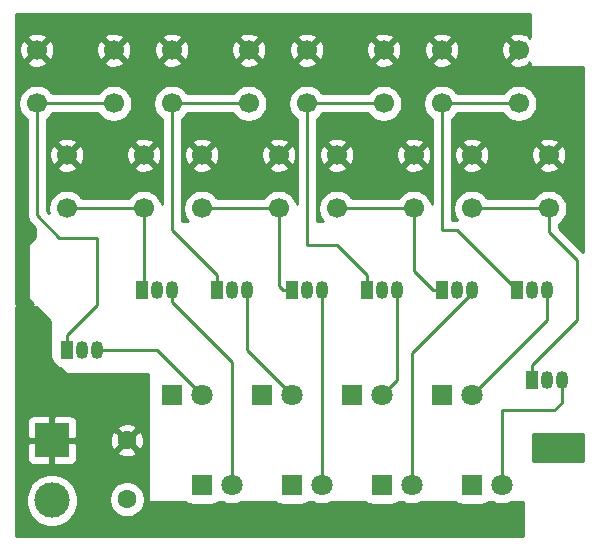
<source format=gtl>
G04 #@! TF.GenerationSoftware,KiCad,Pcbnew,(5.1.2)-1*
G04 #@! TF.CreationDate,2019-05-02T22:44:15-07:00*
G04 #@! TF.ProjectId,gen3piano,67656e33-7069-4616-9e6f-2e6b69636164,rev?*
G04 #@! TF.SameCoordinates,PXe88b40PYc1c960*
G04 #@! TF.FileFunction,Copper,L1,Top*
G04 #@! TF.FilePolarity,Positive*
%FSLAX46Y46*%
G04 Gerber Fmt 4.6, Leading zero omitted, Abs format (unit mm)*
G04 Created by KiCad (PCBNEW (5.1.2)-1) date 2019-05-02 22:44:15*
%MOMM*%
%LPD*%
G04 APERTURE LIST*
%ADD10C,1.600000*%
%ADD11R,1.050000X1.500000*%
%ADD12O,1.050000X1.500000*%
%ADD13C,1.700000*%
%ADD14C,3.000000*%
%ADD15R,3.000000X3.000000*%
%ADD16C,1.800000*%
%ADD17R,1.800000X1.800000*%
%ADD18C,0.250000*%
%ADD19C,0.300000*%
%ADD20C,0.254000*%
G04 APERTURE END LIST*
D10*
X10160000Y-41830000D03*
X10160000Y-36830000D03*
D11*
X44450000Y-31750000D03*
D12*
X46990000Y-31750000D03*
X45720000Y-31750000D03*
D11*
X43180000Y-24130000D03*
D12*
X45720000Y-24130000D03*
X44450000Y-24130000D03*
D11*
X36830000Y-24130000D03*
D12*
X39370000Y-24130000D03*
X38100000Y-24130000D03*
D11*
X30480000Y-24130000D03*
D12*
X33020000Y-24130000D03*
X31750000Y-24130000D03*
D11*
X24130000Y-24130000D03*
D12*
X26670000Y-24130000D03*
X25400000Y-24130000D03*
D11*
X17780000Y-24130000D03*
D12*
X20320000Y-24130000D03*
X19050000Y-24130000D03*
D11*
X11430000Y-24130000D03*
D12*
X13970000Y-24130000D03*
X12700000Y-24130000D03*
D11*
X5080000Y-29210000D03*
D12*
X7620000Y-29210000D03*
X6350000Y-29210000D03*
D13*
X39370000Y-12700000D03*
X45870000Y-12700000D03*
X39370000Y-17200000D03*
X45870000Y-17200000D03*
X36830000Y-3810000D03*
X43330000Y-3810000D03*
X36830000Y-8310000D03*
X43330000Y-8310000D03*
X27940000Y-12700000D03*
X34440000Y-12700000D03*
X27940000Y-17200000D03*
X34440000Y-17200000D03*
X25400000Y-3810000D03*
X31900000Y-3810000D03*
X25400000Y-8310000D03*
X31900000Y-8310000D03*
X16510000Y-12700000D03*
X23010000Y-12700000D03*
X16510000Y-17200000D03*
X23010000Y-17200000D03*
X13970000Y-3810000D03*
X20470000Y-3810000D03*
X13970000Y-8310000D03*
X20470000Y-8310000D03*
X5080000Y-12700000D03*
X11580000Y-12700000D03*
X5080000Y-17200000D03*
X11580000Y-17200000D03*
X2540000Y-3810000D03*
X9040000Y-3810000D03*
X2540000Y-8310000D03*
X9040000Y-8310000D03*
D14*
X3810000Y-41910000D03*
D15*
X3810000Y-36830000D03*
D16*
X41910000Y-40640000D03*
D17*
X39370000Y-40640000D03*
D16*
X39370000Y-33020000D03*
D17*
X36830000Y-33020000D03*
D16*
X34290000Y-40640000D03*
D17*
X31750000Y-40640000D03*
D16*
X31750000Y-33020000D03*
D17*
X29210000Y-33020000D03*
D16*
X26670000Y-40640000D03*
D17*
X24130000Y-40640000D03*
D16*
X24130000Y-33020000D03*
D17*
X21590000Y-33020000D03*
D16*
X19050000Y-40640000D03*
D17*
X16510000Y-40640000D03*
D16*
X16510000Y-33020000D03*
D17*
X13970000Y-33020000D03*
D18*
X12700000Y-29210000D02*
X16510000Y-33020000D01*
X7620000Y-29210000D02*
X12700000Y-29210000D01*
X19050000Y-39367208D02*
X19050000Y-40640000D01*
X19050000Y-30210000D02*
X19050000Y-39367208D01*
X13970000Y-25130000D02*
X19050000Y-30210000D01*
X13970000Y-24130000D02*
X13970000Y-25130000D01*
X20320000Y-29210000D02*
X21590000Y-30480000D01*
X20320000Y-24130000D02*
X20320000Y-29210000D01*
X21590000Y-30480000D02*
X24130000Y-33020000D01*
X26670000Y-24130000D02*
X26670000Y-40640000D01*
X33020000Y-31750000D02*
X31750000Y-33020000D01*
X33020000Y-24130000D02*
X33020000Y-31750000D01*
X39370000Y-24355000D02*
X34290000Y-29435000D01*
X39370000Y-24130000D02*
X39370000Y-24355000D01*
X34290000Y-29435000D02*
X34290000Y-40640000D01*
X45720000Y-26670000D02*
X39370000Y-33020000D01*
X45720000Y-24130000D02*
X45720000Y-26670000D01*
X41910000Y-34290000D02*
X41910000Y-40640000D01*
X46355000Y-34290000D02*
X41910000Y-34290000D01*
X46990000Y-31750000D02*
X46990000Y-33655000D01*
X46990000Y-33655000D02*
X46355000Y-34290000D01*
X21319999Y-4659999D02*
X20470000Y-3810000D01*
X22860000Y-6200000D02*
X21319999Y-4659999D01*
X34440000Y-6350000D02*
X31900000Y-3810000D01*
X11580000Y-6350000D02*
X9040000Y-3810000D01*
D19*
X3810000Y-36830000D02*
X3810000Y-35030000D01*
X1270000Y-5080000D02*
X2540000Y-3810000D01*
D18*
X7837919Y-8310000D02*
X2540000Y-8310000D01*
X9040000Y-8310000D02*
X7837919Y-8310000D01*
X2540000Y-8310000D02*
X2540000Y-17780000D01*
X2540000Y-17780000D02*
X4445000Y-19685000D01*
X4445000Y-19685000D02*
X7620000Y-19685000D01*
X7620000Y-19685000D02*
X7620000Y-25400000D01*
X5080000Y-27940000D02*
X5080000Y-29210000D01*
X7620000Y-25400000D02*
X5080000Y-27940000D01*
X10377919Y-17200000D02*
X5080000Y-17200000D01*
X11580000Y-17200000D02*
X10377919Y-17200000D01*
X11580000Y-23980000D02*
X11430000Y-24130000D01*
X11580000Y-17200000D02*
X11580000Y-23980000D01*
X19267919Y-8310000D02*
X13970000Y-8310000D01*
X20470000Y-8310000D02*
X19267919Y-8310000D01*
X13970000Y-8310000D02*
X13970000Y-19050000D01*
X17780000Y-22860000D02*
X17780000Y-24130000D01*
X13970000Y-19050000D02*
X17780000Y-22860000D01*
X21807919Y-17200000D02*
X16510000Y-17200000D01*
X23010000Y-17200000D02*
X21807919Y-17200000D01*
X23355000Y-24130000D02*
X24130000Y-24130000D01*
X23010000Y-23785000D02*
X23355000Y-24130000D01*
X23010000Y-17200000D02*
X23010000Y-23785000D01*
X30697919Y-8310000D02*
X25400000Y-8310000D01*
X31900000Y-8310000D02*
X30697919Y-8310000D01*
X30480000Y-23130000D02*
X30480000Y-24130000D01*
X31900000Y-8310000D02*
X30442998Y-8310000D01*
X25400000Y-8310000D02*
X25400000Y-20320000D01*
X25400000Y-20320000D02*
X27940000Y-20320000D01*
X30480000Y-22860000D02*
X30480000Y-24130000D01*
X27940000Y-20320000D02*
X30480000Y-22860000D01*
X33237919Y-17200000D02*
X27940000Y-17200000D01*
X34440000Y-17200000D02*
X33237919Y-17200000D01*
X34290000Y-17350000D02*
X34440000Y-17200000D01*
X36055000Y-24130000D02*
X36830000Y-24130000D01*
X34440000Y-22515000D02*
X36055000Y-24130000D01*
X34440000Y-17200000D02*
X34440000Y-22515000D01*
X42127919Y-8310000D02*
X36830000Y-8310000D01*
X43330000Y-8310000D02*
X42127919Y-8310000D01*
X38100000Y-19050000D02*
X43180000Y-24130000D01*
X36830000Y-8310000D02*
X36830000Y-19050000D01*
X36830000Y-19050000D02*
X38100000Y-19050000D01*
X44667919Y-17200000D02*
X39370000Y-17200000D01*
X45870000Y-17200000D02*
X44667919Y-17200000D01*
X45870000Y-17200000D02*
X45870000Y-19200000D01*
X45870000Y-19200000D02*
X48260000Y-21590000D01*
X48260000Y-21590000D02*
X48260000Y-26670000D01*
X44450000Y-30480000D02*
X44450000Y-31750000D01*
X48260000Y-26670000D02*
X44450000Y-30480000D01*
D20*
G36*
X1262528Y-4581157D02*
G01*
X1511603Y-4658792D01*
X1598395Y-4572000D01*
X1957605Y-4572000D01*
X1691208Y-4838397D01*
X1768843Y-5087472D01*
X2032883Y-5213371D01*
X2316411Y-5285339D01*
X2413000Y-5290389D01*
X2413000Y-6733000D01*
X2384679Y-6733000D01*
X2080006Y-6793604D01*
X1793011Y-6912481D01*
X1534721Y-7085064D01*
X1315064Y-7304721D01*
X1142481Y-7563011D01*
X1023604Y-7850006D01*
X963000Y-8154679D01*
X963000Y-8465321D01*
X1023604Y-8769994D01*
X1142481Y-9056989D01*
X1315064Y-9315279D01*
X1534721Y-9534936D01*
X1688000Y-9637353D01*
X1688001Y-17738141D01*
X1683878Y-17780000D01*
X1700329Y-17947020D01*
X1749046Y-18107623D01*
X1828161Y-18255636D01*
X1894066Y-18335941D01*
X1934631Y-18385370D01*
X1967141Y-18412050D01*
X2413000Y-18857909D01*
X2413000Y-19632394D01*
X1815197Y-20230197D01*
X1799403Y-20249443D01*
X1787667Y-20271399D01*
X1780440Y-20295224D01*
X1778000Y-20320000D01*
X1778000Y-24765000D01*
X1780440Y-24789776D01*
X1787667Y-24813601D01*
X1799403Y-24835557D01*
X1815197Y-24854803D01*
X2233394Y-25273000D01*
X752000Y-25273000D01*
X752000Y-4572000D01*
X1257633Y-4572000D01*
X1262528Y-4581157D01*
X1262528Y-4581157D01*
G37*
X1262528Y-4581157D02*
X1511603Y-4658792D01*
X1598395Y-4572000D01*
X1957605Y-4572000D01*
X1691208Y-4838397D01*
X1768843Y-5087472D01*
X2032883Y-5213371D01*
X2316411Y-5285339D01*
X2413000Y-5290389D01*
X2413000Y-6733000D01*
X2384679Y-6733000D01*
X2080006Y-6793604D01*
X1793011Y-6912481D01*
X1534721Y-7085064D01*
X1315064Y-7304721D01*
X1142481Y-7563011D01*
X1023604Y-7850006D01*
X963000Y-8154679D01*
X963000Y-8465321D01*
X1023604Y-8769994D01*
X1142481Y-9056989D01*
X1315064Y-9315279D01*
X1534721Y-9534936D01*
X1688000Y-9637353D01*
X1688001Y-17738141D01*
X1683878Y-17780000D01*
X1700329Y-17947020D01*
X1749046Y-18107623D01*
X1828161Y-18255636D01*
X1894066Y-18335941D01*
X1934631Y-18385370D01*
X1967141Y-18412050D01*
X2413000Y-18857909D01*
X2413000Y-19632394D01*
X1815197Y-20230197D01*
X1799403Y-20249443D01*
X1787667Y-20271399D01*
X1780440Y-20295224D01*
X1778000Y-20320000D01*
X1778000Y-24765000D01*
X1780440Y-24789776D01*
X1787667Y-24813601D01*
X1799403Y-24835557D01*
X1815197Y-24854803D01*
X2233394Y-25273000D01*
X752000Y-25273000D01*
X752000Y-4572000D01*
X1257633Y-4572000D01*
X1262528Y-4581157D01*
G36*
X44323000Y-2693600D02*
G01*
X44294896Y-2665496D01*
X44178791Y-2781601D01*
X44101157Y-2532528D01*
X43837117Y-2406629D01*
X43553589Y-2334661D01*
X43261469Y-2319389D01*
X42971981Y-2361401D01*
X42696253Y-2459081D01*
X42558843Y-2532528D01*
X42481208Y-2781603D01*
X43330000Y-3630395D01*
X43344143Y-3616253D01*
X43523748Y-3795858D01*
X43509605Y-3810000D01*
X43523748Y-3824143D01*
X43344143Y-4003748D01*
X43330000Y-3989605D01*
X42481208Y-4838397D01*
X42558843Y-5087472D01*
X42822883Y-5213371D01*
X43106411Y-5285339D01*
X43398531Y-5300611D01*
X43688019Y-5258599D01*
X43963747Y-5160919D01*
X44101157Y-5087472D01*
X44178791Y-4838399D01*
X44294896Y-4954504D01*
X44323000Y-4926400D01*
X44323000Y-5080000D01*
X44325440Y-5104776D01*
X44332667Y-5128601D01*
X44344403Y-5150557D01*
X44360197Y-5169803D01*
X44379443Y-5185597D01*
X44401399Y-5197333D01*
X44425224Y-5204560D01*
X44450000Y-5207000D01*
X48778000Y-5207000D01*
X48778000Y-18288000D01*
X47012215Y-18288000D01*
X47094936Y-18205279D01*
X47267519Y-17946989D01*
X47386396Y-17659994D01*
X47447000Y-17355321D01*
X47447000Y-17044679D01*
X47386396Y-16740006D01*
X47267519Y-16453011D01*
X47094936Y-16194721D01*
X46875279Y-15975064D01*
X46616989Y-15802481D01*
X46329994Y-15683604D01*
X46025321Y-15623000D01*
X45714679Y-15623000D01*
X45410006Y-15683604D01*
X45123011Y-15802481D01*
X44864721Y-15975064D01*
X44645064Y-16194721D01*
X44542647Y-16348000D01*
X40697353Y-16348000D01*
X40594936Y-16194721D01*
X40375279Y-15975064D01*
X40116989Y-15802481D01*
X39829994Y-15683604D01*
X39525321Y-15623000D01*
X39214679Y-15623000D01*
X38910006Y-15683604D01*
X38623011Y-15802481D01*
X38364721Y-15975064D01*
X38145064Y-16194721D01*
X37972481Y-16453011D01*
X37853604Y-16740006D01*
X37793000Y-17044679D01*
X37793000Y-17355321D01*
X37853604Y-17659994D01*
X37972481Y-17946989D01*
X38140084Y-18197826D01*
X38100000Y-18193878D01*
X38058151Y-18198000D01*
X37682000Y-18198000D01*
X37682000Y-13728397D01*
X38521208Y-13728397D01*
X38598843Y-13977472D01*
X38862883Y-14103371D01*
X39146411Y-14175339D01*
X39438531Y-14190611D01*
X39728019Y-14148599D01*
X40003747Y-14050919D01*
X40141157Y-13977472D01*
X40218792Y-13728397D01*
X45021208Y-13728397D01*
X45098843Y-13977472D01*
X45362883Y-14103371D01*
X45646411Y-14175339D01*
X45938531Y-14190611D01*
X46228019Y-14148599D01*
X46503747Y-14050919D01*
X46641157Y-13977472D01*
X46718792Y-13728397D01*
X45870000Y-12879605D01*
X45021208Y-13728397D01*
X40218792Y-13728397D01*
X39370000Y-12879605D01*
X38521208Y-13728397D01*
X37682000Y-13728397D01*
X37682000Y-12768531D01*
X37879389Y-12768531D01*
X37921401Y-13058019D01*
X38019081Y-13333747D01*
X38092528Y-13471157D01*
X38341603Y-13548792D01*
X39190395Y-12700000D01*
X39549605Y-12700000D01*
X40398397Y-13548792D01*
X40647472Y-13471157D01*
X40773371Y-13207117D01*
X40845339Y-12923589D01*
X40853445Y-12768531D01*
X44379389Y-12768531D01*
X44421401Y-13058019D01*
X44519081Y-13333747D01*
X44592528Y-13471157D01*
X44841603Y-13548792D01*
X45690395Y-12700000D01*
X46049605Y-12700000D01*
X46898397Y-13548792D01*
X47147472Y-13471157D01*
X47273371Y-13207117D01*
X47345339Y-12923589D01*
X47360611Y-12631469D01*
X47318599Y-12341981D01*
X47220919Y-12066253D01*
X47147472Y-11928843D01*
X46898397Y-11851208D01*
X46049605Y-12700000D01*
X45690395Y-12700000D01*
X44841603Y-11851208D01*
X44592528Y-11928843D01*
X44466629Y-12192883D01*
X44394661Y-12476411D01*
X44379389Y-12768531D01*
X40853445Y-12768531D01*
X40860611Y-12631469D01*
X40818599Y-12341981D01*
X40720919Y-12066253D01*
X40647472Y-11928843D01*
X40398397Y-11851208D01*
X39549605Y-12700000D01*
X39190395Y-12700000D01*
X38341603Y-11851208D01*
X38092528Y-11928843D01*
X37966629Y-12192883D01*
X37894661Y-12476411D01*
X37879389Y-12768531D01*
X37682000Y-12768531D01*
X37682000Y-11671603D01*
X38521208Y-11671603D01*
X39370000Y-12520395D01*
X40218792Y-11671603D01*
X45021208Y-11671603D01*
X45870000Y-12520395D01*
X46718792Y-11671603D01*
X46641157Y-11422528D01*
X46377117Y-11296629D01*
X46093589Y-11224661D01*
X45801469Y-11209389D01*
X45511981Y-11251401D01*
X45236253Y-11349081D01*
X45098843Y-11422528D01*
X45021208Y-11671603D01*
X40218792Y-11671603D01*
X40141157Y-11422528D01*
X39877117Y-11296629D01*
X39593589Y-11224661D01*
X39301469Y-11209389D01*
X39011981Y-11251401D01*
X38736253Y-11349081D01*
X38598843Y-11422528D01*
X38521208Y-11671603D01*
X37682000Y-11671603D01*
X37682000Y-9637353D01*
X37835279Y-9534936D01*
X38054936Y-9315279D01*
X38157353Y-9162000D01*
X42002647Y-9162000D01*
X42105064Y-9315279D01*
X42324721Y-9534936D01*
X42583011Y-9707519D01*
X42870006Y-9826396D01*
X43174679Y-9887000D01*
X43485321Y-9887000D01*
X43789994Y-9826396D01*
X44076989Y-9707519D01*
X44335279Y-9534936D01*
X44554936Y-9315279D01*
X44727519Y-9056989D01*
X44846396Y-8769994D01*
X44907000Y-8465321D01*
X44907000Y-8154679D01*
X44846396Y-7850006D01*
X44727519Y-7563011D01*
X44554936Y-7304721D01*
X44335279Y-7085064D01*
X44076989Y-6912481D01*
X43789994Y-6793604D01*
X43485321Y-6733000D01*
X43174679Y-6733000D01*
X42870006Y-6793604D01*
X42583011Y-6912481D01*
X42324721Y-7085064D01*
X42105064Y-7304721D01*
X42002647Y-7458000D01*
X38157353Y-7458000D01*
X38054936Y-7304721D01*
X37835279Y-7085064D01*
X37576989Y-6912481D01*
X37289994Y-6793604D01*
X36985321Y-6733000D01*
X36674679Y-6733000D01*
X36370006Y-6793604D01*
X36083011Y-6912481D01*
X35824721Y-7085064D01*
X35605064Y-7304721D01*
X35432481Y-7563011D01*
X35313604Y-7850006D01*
X35253000Y-8154679D01*
X35253000Y-8465321D01*
X35313604Y-8769994D01*
X35432481Y-9056989D01*
X35605064Y-9315279D01*
X35824721Y-9534936D01*
X35978000Y-9637353D01*
X35978001Y-16848619D01*
X35956396Y-16740006D01*
X35837519Y-16453011D01*
X35664936Y-16194721D01*
X35445279Y-15975064D01*
X35186989Y-15802481D01*
X34899994Y-15683604D01*
X34595321Y-15623000D01*
X34284679Y-15623000D01*
X33980006Y-15683604D01*
X33693011Y-15802481D01*
X33434721Y-15975064D01*
X33215064Y-16194721D01*
X33112647Y-16348000D01*
X29267353Y-16348000D01*
X29164936Y-16194721D01*
X28945279Y-15975064D01*
X28686989Y-15802481D01*
X28399994Y-15683604D01*
X28095321Y-15623000D01*
X27784679Y-15623000D01*
X27480006Y-15683604D01*
X27193011Y-15802481D01*
X26934721Y-15975064D01*
X26715064Y-16194721D01*
X26542481Y-16453011D01*
X26423604Y-16740006D01*
X26363000Y-17044679D01*
X26363000Y-17355321D01*
X26423604Y-17659994D01*
X26542481Y-17946989D01*
X26715064Y-18205279D01*
X26797785Y-18288000D01*
X26252000Y-18288000D01*
X26252000Y-13728397D01*
X27091208Y-13728397D01*
X27168843Y-13977472D01*
X27432883Y-14103371D01*
X27716411Y-14175339D01*
X28008531Y-14190611D01*
X28298019Y-14148599D01*
X28573747Y-14050919D01*
X28711157Y-13977472D01*
X28788792Y-13728397D01*
X33591208Y-13728397D01*
X33668843Y-13977472D01*
X33932883Y-14103371D01*
X34216411Y-14175339D01*
X34508531Y-14190611D01*
X34798019Y-14148599D01*
X35073747Y-14050919D01*
X35211157Y-13977472D01*
X35288792Y-13728397D01*
X34440000Y-12879605D01*
X33591208Y-13728397D01*
X28788792Y-13728397D01*
X27940000Y-12879605D01*
X27091208Y-13728397D01*
X26252000Y-13728397D01*
X26252000Y-12768531D01*
X26449389Y-12768531D01*
X26491401Y-13058019D01*
X26589081Y-13333747D01*
X26662528Y-13471157D01*
X26911603Y-13548792D01*
X27760395Y-12700000D01*
X28119605Y-12700000D01*
X28968397Y-13548792D01*
X29217472Y-13471157D01*
X29343371Y-13207117D01*
X29415339Y-12923589D01*
X29423445Y-12768531D01*
X32949389Y-12768531D01*
X32991401Y-13058019D01*
X33089081Y-13333747D01*
X33162528Y-13471157D01*
X33411603Y-13548792D01*
X34260395Y-12700000D01*
X34619605Y-12700000D01*
X35468397Y-13548792D01*
X35717472Y-13471157D01*
X35843371Y-13207117D01*
X35915339Y-12923589D01*
X35930611Y-12631469D01*
X35888599Y-12341981D01*
X35790919Y-12066253D01*
X35717472Y-11928843D01*
X35468397Y-11851208D01*
X34619605Y-12700000D01*
X34260395Y-12700000D01*
X33411603Y-11851208D01*
X33162528Y-11928843D01*
X33036629Y-12192883D01*
X32964661Y-12476411D01*
X32949389Y-12768531D01*
X29423445Y-12768531D01*
X29430611Y-12631469D01*
X29388599Y-12341981D01*
X29290919Y-12066253D01*
X29217472Y-11928843D01*
X28968397Y-11851208D01*
X28119605Y-12700000D01*
X27760395Y-12700000D01*
X26911603Y-11851208D01*
X26662528Y-11928843D01*
X26536629Y-12192883D01*
X26464661Y-12476411D01*
X26449389Y-12768531D01*
X26252000Y-12768531D01*
X26252000Y-11671603D01*
X27091208Y-11671603D01*
X27940000Y-12520395D01*
X28788792Y-11671603D01*
X33591208Y-11671603D01*
X34440000Y-12520395D01*
X35288792Y-11671603D01*
X35211157Y-11422528D01*
X34947117Y-11296629D01*
X34663589Y-11224661D01*
X34371469Y-11209389D01*
X34081981Y-11251401D01*
X33806253Y-11349081D01*
X33668843Y-11422528D01*
X33591208Y-11671603D01*
X28788792Y-11671603D01*
X28711157Y-11422528D01*
X28447117Y-11296629D01*
X28163589Y-11224661D01*
X27871469Y-11209389D01*
X27581981Y-11251401D01*
X27306253Y-11349081D01*
X27168843Y-11422528D01*
X27091208Y-11671603D01*
X26252000Y-11671603D01*
X26252000Y-9637353D01*
X26405279Y-9534936D01*
X26624936Y-9315279D01*
X26727353Y-9162000D01*
X30572647Y-9162000D01*
X30675064Y-9315279D01*
X30894721Y-9534936D01*
X31153011Y-9707519D01*
X31440006Y-9826396D01*
X31744679Y-9887000D01*
X32055321Y-9887000D01*
X32359994Y-9826396D01*
X32646989Y-9707519D01*
X32905279Y-9534936D01*
X33124936Y-9315279D01*
X33297519Y-9056989D01*
X33416396Y-8769994D01*
X33477000Y-8465321D01*
X33477000Y-8154679D01*
X33416396Y-7850006D01*
X33297519Y-7563011D01*
X33124936Y-7304721D01*
X32905279Y-7085064D01*
X32646989Y-6912481D01*
X32359994Y-6793604D01*
X32055321Y-6733000D01*
X31744679Y-6733000D01*
X31440006Y-6793604D01*
X31153011Y-6912481D01*
X30894721Y-7085064D01*
X30675064Y-7304721D01*
X30572647Y-7458000D01*
X26727353Y-7458000D01*
X26624936Y-7304721D01*
X26405279Y-7085064D01*
X26146989Y-6912481D01*
X25859994Y-6793604D01*
X25555321Y-6733000D01*
X25244679Y-6733000D01*
X24940006Y-6793604D01*
X24653011Y-6912481D01*
X24394721Y-7085064D01*
X24175064Y-7304721D01*
X24002481Y-7563011D01*
X23883604Y-7850006D01*
X23823000Y-8154679D01*
X23823000Y-8465321D01*
X23883604Y-8769994D01*
X24002481Y-9056989D01*
X24175064Y-9315279D01*
X24394721Y-9534936D01*
X24548000Y-9637353D01*
X24548001Y-16848619D01*
X24526396Y-16740006D01*
X24407519Y-16453011D01*
X24234936Y-16194721D01*
X24015279Y-15975064D01*
X23756989Y-15802481D01*
X23469994Y-15683604D01*
X23165321Y-15623000D01*
X22854679Y-15623000D01*
X22550006Y-15683604D01*
X22263011Y-15802481D01*
X22004721Y-15975064D01*
X21785064Y-16194721D01*
X21682647Y-16348000D01*
X17837353Y-16348000D01*
X17734936Y-16194721D01*
X17515279Y-15975064D01*
X17256989Y-15802481D01*
X16969994Y-15683604D01*
X16665321Y-15623000D01*
X16354679Y-15623000D01*
X16050006Y-15683604D01*
X15763011Y-15802481D01*
X15504721Y-15975064D01*
X15285064Y-16194721D01*
X15112481Y-16453011D01*
X14993604Y-16740006D01*
X14933000Y-17044679D01*
X14933000Y-17355321D01*
X14993604Y-17659994D01*
X15112481Y-17946989D01*
X15285064Y-18205279D01*
X15367785Y-18288000D01*
X14822000Y-18288000D01*
X14822000Y-13728397D01*
X15661208Y-13728397D01*
X15738843Y-13977472D01*
X16002883Y-14103371D01*
X16286411Y-14175339D01*
X16578531Y-14190611D01*
X16868019Y-14148599D01*
X17143747Y-14050919D01*
X17281157Y-13977472D01*
X17358792Y-13728397D01*
X22161208Y-13728397D01*
X22238843Y-13977472D01*
X22502883Y-14103371D01*
X22786411Y-14175339D01*
X23078531Y-14190611D01*
X23368019Y-14148599D01*
X23643747Y-14050919D01*
X23781157Y-13977472D01*
X23858792Y-13728397D01*
X23010000Y-12879605D01*
X22161208Y-13728397D01*
X17358792Y-13728397D01*
X16510000Y-12879605D01*
X15661208Y-13728397D01*
X14822000Y-13728397D01*
X14822000Y-12768531D01*
X15019389Y-12768531D01*
X15061401Y-13058019D01*
X15159081Y-13333747D01*
X15232528Y-13471157D01*
X15481603Y-13548792D01*
X16330395Y-12700000D01*
X16689605Y-12700000D01*
X17538397Y-13548792D01*
X17787472Y-13471157D01*
X17913371Y-13207117D01*
X17985339Y-12923589D01*
X17993445Y-12768531D01*
X21519389Y-12768531D01*
X21561401Y-13058019D01*
X21659081Y-13333747D01*
X21732528Y-13471157D01*
X21981603Y-13548792D01*
X22830395Y-12700000D01*
X23189605Y-12700000D01*
X24038397Y-13548792D01*
X24287472Y-13471157D01*
X24413371Y-13207117D01*
X24485339Y-12923589D01*
X24500611Y-12631469D01*
X24458599Y-12341981D01*
X24360919Y-12066253D01*
X24287472Y-11928843D01*
X24038397Y-11851208D01*
X23189605Y-12700000D01*
X22830395Y-12700000D01*
X21981603Y-11851208D01*
X21732528Y-11928843D01*
X21606629Y-12192883D01*
X21534661Y-12476411D01*
X21519389Y-12768531D01*
X17993445Y-12768531D01*
X18000611Y-12631469D01*
X17958599Y-12341981D01*
X17860919Y-12066253D01*
X17787472Y-11928843D01*
X17538397Y-11851208D01*
X16689605Y-12700000D01*
X16330395Y-12700000D01*
X15481603Y-11851208D01*
X15232528Y-11928843D01*
X15106629Y-12192883D01*
X15034661Y-12476411D01*
X15019389Y-12768531D01*
X14822000Y-12768531D01*
X14822000Y-11671603D01*
X15661208Y-11671603D01*
X16510000Y-12520395D01*
X17358792Y-11671603D01*
X22161208Y-11671603D01*
X23010000Y-12520395D01*
X23858792Y-11671603D01*
X23781157Y-11422528D01*
X23517117Y-11296629D01*
X23233589Y-11224661D01*
X22941469Y-11209389D01*
X22651981Y-11251401D01*
X22376253Y-11349081D01*
X22238843Y-11422528D01*
X22161208Y-11671603D01*
X17358792Y-11671603D01*
X17281157Y-11422528D01*
X17017117Y-11296629D01*
X16733589Y-11224661D01*
X16441469Y-11209389D01*
X16151981Y-11251401D01*
X15876253Y-11349081D01*
X15738843Y-11422528D01*
X15661208Y-11671603D01*
X14822000Y-11671603D01*
X14822000Y-9637353D01*
X14975279Y-9534936D01*
X15194936Y-9315279D01*
X15297353Y-9162000D01*
X19142647Y-9162000D01*
X19245064Y-9315279D01*
X19464721Y-9534936D01*
X19723011Y-9707519D01*
X20010006Y-9826396D01*
X20314679Y-9887000D01*
X20625321Y-9887000D01*
X20929994Y-9826396D01*
X21216989Y-9707519D01*
X21475279Y-9534936D01*
X21694936Y-9315279D01*
X21867519Y-9056989D01*
X21986396Y-8769994D01*
X22047000Y-8465321D01*
X22047000Y-8154679D01*
X21986396Y-7850006D01*
X21867519Y-7563011D01*
X21694936Y-7304721D01*
X21475279Y-7085064D01*
X21216989Y-6912481D01*
X20929994Y-6793604D01*
X20625321Y-6733000D01*
X20314679Y-6733000D01*
X20010006Y-6793604D01*
X19723011Y-6912481D01*
X19464721Y-7085064D01*
X19245064Y-7304721D01*
X19142647Y-7458000D01*
X15297353Y-7458000D01*
X15194936Y-7304721D01*
X14975279Y-7085064D01*
X14716989Y-6912481D01*
X14429994Y-6793604D01*
X14125321Y-6733000D01*
X13814679Y-6733000D01*
X13510006Y-6793604D01*
X13223011Y-6912481D01*
X12964721Y-7085064D01*
X12745064Y-7304721D01*
X12572481Y-7563011D01*
X12453604Y-7850006D01*
X12393000Y-8154679D01*
X12393000Y-8465321D01*
X12453604Y-8769994D01*
X12572481Y-9056989D01*
X12745064Y-9315279D01*
X12964721Y-9534936D01*
X13118000Y-9637353D01*
X13118001Y-16848619D01*
X13096396Y-16740006D01*
X12977519Y-16453011D01*
X12804936Y-16194721D01*
X12585279Y-15975064D01*
X12326989Y-15802481D01*
X12039994Y-15683604D01*
X11735321Y-15623000D01*
X11424679Y-15623000D01*
X11120006Y-15683604D01*
X10833011Y-15802481D01*
X10574721Y-15975064D01*
X10355064Y-16194721D01*
X10252647Y-16348000D01*
X6407353Y-16348000D01*
X6304936Y-16194721D01*
X6085279Y-15975064D01*
X5826989Y-15802481D01*
X5539994Y-15683604D01*
X5235321Y-15623000D01*
X4924679Y-15623000D01*
X4620006Y-15683604D01*
X4333011Y-15802481D01*
X4074721Y-15975064D01*
X3855064Y-16194721D01*
X3682481Y-16453011D01*
X3563604Y-16740006D01*
X3503000Y-17044679D01*
X3503000Y-17355321D01*
X3548383Y-17583474D01*
X3392000Y-17427091D01*
X3392000Y-13728397D01*
X4231208Y-13728397D01*
X4308843Y-13977472D01*
X4572883Y-14103371D01*
X4856411Y-14175339D01*
X5148531Y-14190611D01*
X5438019Y-14148599D01*
X5713747Y-14050919D01*
X5851157Y-13977472D01*
X5928792Y-13728397D01*
X10731208Y-13728397D01*
X10808843Y-13977472D01*
X11072883Y-14103371D01*
X11356411Y-14175339D01*
X11648531Y-14190611D01*
X11938019Y-14148599D01*
X12213747Y-14050919D01*
X12351157Y-13977472D01*
X12428792Y-13728397D01*
X11580000Y-12879605D01*
X10731208Y-13728397D01*
X5928792Y-13728397D01*
X5080000Y-12879605D01*
X4231208Y-13728397D01*
X3392000Y-13728397D01*
X3392000Y-12768531D01*
X3589389Y-12768531D01*
X3631401Y-13058019D01*
X3729081Y-13333747D01*
X3802528Y-13471157D01*
X4051603Y-13548792D01*
X4900395Y-12700000D01*
X5259605Y-12700000D01*
X6108397Y-13548792D01*
X6357472Y-13471157D01*
X6483371Y-13207117D01*
X6555339Y-12923589D01*
X6563445Y-12768531D01*
X10089389Y-12768531D01*
X10131401Y-13058019D01*
X10229081Y-13333747D01*
X10302528Y-13471157D01*
X10551603Y-13548792D01*
X11400395Y-12700000D01*
X11759605Y-12700000D01*
X12608397Y-13548792D01*
X12857472Y-13471157D01*
X12983371Y-13207117D01*
X13055339Y-12923589D01*
X13070611Y-12631469D01*
X13028599Y-12341981D01*
X12930919Y-12066253D01*
X12857472Y-11928843D01*
X12608397Y-11851208D01*
X11759605Y-12700000D01*
X11400395Y-12700000D01*
X10551603Y-11851208D01*
X10302528Y-11928843D01*
X10176629Y-12192883D01*
X10104661Y-12476411D01*
X10089389Y-12768531D01*
X6563445Y-12768531D01*
X6570611Y-12631469D01*
X6528599Y-12341981D01*
X6430919Y-12066253D01*
X6357472Y-11928843D01*
X6108397Y-11851208D01*
X5259605Y-12700000D01*
X4900395Y-12700000D01*
X4051603Y-11851208D01*
X3802528Y-11928843D01*
X3676629Y-12192883D01*
X3604661Y-12476411D01*
X3589389Y-12768531D01*
X3392000Y-12768531D01*
X3392000Y-11671603D01*
X4231208Y-11671603D01*
X5080000Y-12520395D01*
X5928792Y-11671603D01*
X10731208Y-11671603D01*
X11580000Y-12520395D01*
X12428792Y-11671603D01*
X12351157Y-11422528D01*
X12087117Y-11296629D01*
X11803589Y-11224661D01*
X11511469Y-11209389D01*
X11221981Y-11251401D01*
X10946253Y-11349081D01*
X10808843Y-11422528D01*
X10731208Y-11671603D01*
X5928792Y-11671603D01*
X5851157Y-11422528D01*
X5587117Y-11296629D01*
X5303589Y-11224661D01*
X5011469Y-11209389D01*
X4721981Y-11251401D01*
X4446253Y-11349081D01*
X4308843Y-11422528D01*
X4231208Y-11671603D01*
X3392000Y-11671603D01*
X3392000Y-9637353D01*
X3545279Y-9534936D01*
X3764936Y-9315279D01*
X3867353Y-9162000D01*
X7712647Y-9162000D01*
X7815064Y-9315279D01*
X8034721Y-9534936D01*
X8293011Y-9707519D01*
X8580006Y-9826396D01*
X8884679Y-9887000D01*
X9195321Y-9887000D01*
X9499994Y-9826396D01*
X9786989Y-9707519D01*
X10045279Y-9534936D01*
X10264936Y-9315279D01*
X10437519Y-9056989D01*
X10556396Y-8769994D01*
X10617000Y-8465321D01*
X10617000Y-8154679D01*
X10556396Y-7850006D01*
X10437519Y-7563011D01*
X10264936Y-7304721D01*
X10045279Y-7085064D01*
X9786989Y-6912481D01*
X9499994Y-6793604D01*
X9195321Y-6733000D01*
X8884679Y-6733000D01*
X8580006Y-6793604D01*
X8293011Y-6912481D01*
X8034721Y-7085064D01*
X7815064Y-7304721D01*
X7712647Y-7458000D01*
X3867353Y-7458000D01*
X3764936Y-7304721D01*
X3545279Y-7085064D01*
X3286989Y-6912481D01*
X2999994Y-6793604D01*
X2695321Y-6733000D01*
X2384679Y-6733000D01*
X2080006Y-6793604D01*
X1793011Y-6912481D01*
X1534721Y-7085064D01*
X1315064Y-7304721D01*
X1142481Y-7563011D01*
X1023604Y-7850006D01*
X963000Y-8154679D01*
X963000Y-8465321D01*
X1023604Y-8769994D01*
X1142481Y-9056989D01*
X1315064Y-9315279D01*
X1534721Y-9534936D01*
X1688000Y-9637353D01*
X1688001Y-17738141D01*
X1683878Y-17780000D01*
X1696864Y-17911839D01*
X1700329Y-17947021D01*
X1710954Y-17982048D01*
X1749046Y-18107623D01*
X1828161Y-18255636D01*
X1830960Y-18259046D01*
X1854722Y-18288000D01*
X752000Y-18288000D01*
X752000Y-4838397D01*
X1691208Y-4838397D01*
X1768843Y-5087472D01*
X2032883Y-5213371D01*
X2316411Y-5285339D01*
X2608531Y-5300611D01*
X2898019Y-5258599D01*
X3173747Y-5160919D01*
X3311157Y-5087472D01*
X3388792Y-4838397D01*
X8191208Y-4838397D01*
X8268843Y-5087472D01*
X8532883Y-5213371D01*
X8816411Y-5285339D01*
X9108531Y-5300611D01*
X9398019Y-5258599D01*
X9673747Y-5160919D01*
X9811157Y-5087472D01*
X9888792Y-4838397D01*
X13121208Y-4838397D01*
X13198843Y-5087472D01*
X13462883Y-5213371D01*
X13746411Y-5285339D01*
X14038531Y-5300611D01*
X14328019Y-5258599D01*
X14603747Y-5160919D01*
X14741157Y-5087472D01*
X14818792Y-4838397D01*
X19621208Y-4838397D01*
X19698843Y-5087472D01*
X19962883Y-5213371D01*
X20246411Y-5285339D01*
X20538531Y-5300611D01*
X20828019Y-5258599D01*
X21103747Y-5160919D01*
X21241157Y-5087472D01*
X21318792Y-4838397D01*
X24551208Y-4838397D01*
X24628843Y-5087472D01*
X24892883Y-5213371D01*
X25176411Y-5285339D01*
X25468531Y-5300611D01*
X25758019Y-5258599D01*
X26033747Y-5160919D01*
X26171157Y-5087472D01*
X26248792Y-4838397D01*
X31051208Y-4838397D01*
X31128843Y-5087472D01*
X31392883Y-5213371D01*
X31676411Y-5285339D01*
X31968531Y-5300611D01*
X32258019Y-5258599D01*
X32533747Y-5160919D01*
X32671157Y-5087472D01*
X32748792Y-4838397D01*
X35981208Y-4838397D01*
X36058843Y-5087472D01*
X36322883Y-5213371D01*
X36606411Y-5285339D01*
X36898531Y-5300611D01*
X37188019Y-5258599D01*
X37463747Y-5160919D01*
X37601157Y-5087472D01*
X37678792Y-4838397D01*
X36830000Y-3989605D01*
X35981208Y-4838397D01*
X32748792Y-4838397D01*
X31900000Y-3989605D01*
X31051208Y-4838397D01*
X26248792Y-4838397D01*
X25400000Y-3989605D01*
X24551208Y-4838397D01*
X21318792Y-4838397D01*
X20470000Y-3989605D01*
X19621208Y-4838397D01*
X14818792Y-4838397D01*
X13970000Y-3989605D01*
X13121208Y-4838397D01*
X9888792Y-4838397D01*
X9040000Y-3989605D01*
X8191208Y-4838397D01*
X3388792Y-4838397D01*
X2540000Y-3989605D01*
X1691208Y-4838397D01*
X752000Y-4838397D01*
X752000Y-3878531D01*
X1049389Y-3878531D01*
X1091401Y-4168019D01*
X1189081Y-4443747D01*
X1262528Y-4581157D01*
X1511603Y-4658792D01*
X2360395Y-3810000D01*
X2719605Y-3810000D01*
X3568397Y-4658792D01*
X3817472Y-4581157D01*
X3943371Y-4317117D01*
X4015339Y-4033589D01*
X4023445Y-3878531D01*
X7549389Y-3878531D01*
X7591401Y-4168019D01*
X7689081Y-4443747D01*
X7762528Y-4581157D01*
X8011603Y-4658792D01*
X8860395Y-3810000D01*
X9219605Y-3810000D01*
X10068397Y-4658792D01*
X10317472Y-4581157D01*
X10443371Y-4317117D01*
X10515339Y-4033589D01*
X10523445Y-3878531D01*
X12479389Y-3878531D01*
X12521401Y-4168019D01*
X12619081Y-4443747D01*
X12692528Y-4581157D01*
X12941603Y-4658792D01*
X13790395Y-3810000D01*
X14149605Y-3810000D01*
X14998397Y-4658792D01*
X15247472Y-4581157D01*
X15373371Y-4317117D01*
X15445339Y-4033589D01*
X15453445Y-3878531D01*
X18979389Y-3878531D01*
X19021401Y-4168019D01*
X19119081Y-4443747D01*
X19192528Y-4581157D01*
X19441603Y-4658792D01*
X20290395Y-3810000D01*
X20649605Y-3810000D01*
X21498397Y-4658792D01*
X21747472Y-4581157D01*
X21873371Y-4317117D01*
X21945339Y-4033589D01*
X21953445Y-3878531D01*
X23909389Y-3878531D01*
X23951401Y-4168019D01*
X24049081Y-4443747D01*
X24122528Y-4581157D01*
X24371603Y-4658792D01*
X25220395Y-3810000D01*
X25579605Y-3810000D01*
X26428397Y-4658792D01*
X26677472Y-4581157D01*
X26803371Y-4317117D01*
X26875339Y-4033589D01*
X26883445Y-3878531D01*
X30409389Y-3878531D01*
X30451401Y-4168019D01*
X30549081Y-4443747D01*
X30622528Y-4581157D01*
X30871603Y-4658792D01*
X31720395Y-3810000D01*
X32079605Y-3810000D01*
X32928397Y-4658792D01*
X33177472Y-4581157D01*
X33303371Y-4317117D01*
X33375339Y-4033589D01*
X33383445Y-3878531D01*
X35339389Y-3878531D01*
X35381401Y-4168019D01*
X35479081Y-4443747D01*
X35552528Y-4581157D01*
X35801603Y-4658792D01*
X36650395Y-3810000D01*
X37009605Y-3810000D01*
X37858397Y-4658792D01*
X38107472Y-4581157D01*
X38233371Y-4317117D01*
X38305339Y-4033589D01*
X38313445Y-3878531D01*
X41839389Y-3878531D01*
X41881401Y-4168019D01*
X41979081Y-4443747D01*
X42052528Y-4581157D01*
X42301603Y-4658792D01*
X43150395Y-3810000D01*
X42301603Y-2961208D01*
X42052528Y-3038843D01*
X41926629Y-3302883D01*
X41854661Y-3586411D01*
X41839389Y-3878531D01*
X38313445Y-3878531D01*
X38320611Y-3741469D01*
X38278599Y-3451981D01*
X38180919Y-3176253D01*
X38107472Y-3038843D01*
X37858397Y-2961208D01*
X37009605Y-3810000D01*
X36650395Y-3810000D01*
X35801603Y-2961208D01*
X35552528Y-3038843D01*
X35426629Y-3302883D01*
X35354661Y-3586411D01*
X35339389Y-3878531D01*
X33383445Y-3878531D01*
X33390611Y-3741469D01*
X33348599Y-3451981D01*
X33250919Y-3176253D01*
X33177472Y-3038843D01*
X32928397Y-2961208D01*
X32079605Y-3810000D01*
X31720395Y-3810000D01*
X30871603Y-2961208D01*
X30622528Y-3038843D01*
X30496629Y-3302883D01*
X30424661Y-3586411D01*
X30409389Y-3878531D01*
X26883445Y-3878531D01*
X26890611Y-3741469D01*
X26848599Y-3451981D01*
X26750919Y-3176253D01*
X26677472Y-3038843D01*
X26428397Y-2961208D01*
X25579605Y-3810000D01*
X25220395Y-3810000D01*
X24371603Y-2961208D01*
X24122528Y-3038843D01*
X23996629Y-3302883D01*
X23924661Y-3586411D01*
X23909389Y-3878531D01*
X21953445Y-3878531D01*
X21960611Y-3741469D01*
X21918599Y-3451981D01*
X21820919Y-3176253D01*
X21747472Y-3038843D01*
X21498397Y-2961208D01*
X20649605Y-3810000D01*
X20290395Y-3810000D01*
X19441603Y-2961208D01*
X19192528Y-3038843D01*
X19066629Y-3302883D01*
X18994661Y-3586411D01*
X18979389Y-3878531D01*
X15453445Y-3878531D01*
X15460611Y-3741469D01*
X15418599Y-3451981D01*
X15320919Y-3176253D01*
X15247472Y-3038843D01*
X14998397Y-2961208D01*
X14149605Y-3810000D01*
X13790395Y-3810000D01*
X12941603Y-2961208D01*
X12692528Y-3038843D01*
X12566629Y-3302883D01*
X12494661Y-3586411D01*
X12479389Y-3878531D01*
X10523445Y-3878531D01*
X10530611Y-3741469D01*
X10488599Y-3451981D01*
X10390919Y-3176253D01*
X10317472Y-3038843D01*
X10068397Y-2961208D01*
X9219605Y-3810000D01*
X8860395Y-3810000D01*
X8011603Y-2961208D01*
X7762528Y-3038843D01*
X7636629Y-3302883D01*
X7564661Y-3586411D01*
X7549389Y-3878531D01*
X4023445Y-3878531D01*
X4030611Y-3741469D01*
X3988599Y-3451981D01*
X3890919Y-3176253D01*
X3817472Y-3038843D01*
X3568397Y-2961208D01*
X2719605Y-3810000D01*
X2360395Y-3810000D01*
X1511603Y-2961208D01*
X1262528Y-3038843D01*
X1136629Y-3302883D01*
X1064661Y-3586411D01*
X1049389Y-3878531D01*
X752000Y-3878531D01*
X752000Y-2781603D01*
X1691208Y-2781603D01*
X2540000Y-3630395D01*
X3388792Y-2781603D01*
X8191208Y-2781603D01*
X9040000Y-3630395D01*
X9888792Y-2781603D01*
X13121208Y-2781603D01*
X13970000Y-3630395D01*
X14818792Y-2781603D01*
X19621208Y-2781603D01*
X20470000Y-3630395D01*
X21318792Y-2781603D01*
X24551208Y-2781603D01*
X25400000Y-3630395D01*
X26248792Y-2781603D01*
X31051208Y-2781603D01*
X31900000Y-3630395D01*
X32748792Y-2781603D01*
X35981208Y-2781603D01*
X36830000Y-3630395D01*
X37678792Y-2781603D01*
X37601157Y-2532528D01*
X37337117Y-2406629D01*
X37053589Y-2334661D01*
X36761469Y-2319389D01*
X36471981Y-2361401D01*
X36196253Y-2459081D01*
X36058843Y-2532528D01*
X35981208Y-2781603D01*
X32748792Y-2781603D01*
X32671157Y-2532528D01*
X32407117Y-2406629D01*
X32123589Y-2334661D01*
X31831469Y-2319389D01*
X31541981Y-2361401D01*
X31266253Y-2459081D01*
X31128843Y-2532528D01*
X31051208Y-2781603D01*
X26248792Y-2781603D01*
X26171157Y-2532528D01*
X25907117Y-2406629D01*
X25623589Y-2334661D01*
X25331469Y-2319389D01*
X25041981Y-2361401D01*
X24766253Y-2459081D01*
X24628843Y-2532528D01*
X24551208Y-2781603D01*
X21318792Y-2781603D01*
X21241157Y-2532528D01*
X20977117Y-2406629D01*
X20693589Y-2334661D01*
X20401469Y-2319389D01*
X20111981Y-2361401D01*
X19836253Y-2459081D01*
X19698843Y-2532528D01*
X19621208Y-2781603D01*
X14818792Y-2781603D01*
X14741157Y-2532528D01*
X14477117Y-2406629D01*
X14193589Y-2334661D01*
X13901469Y-2319389D01*
X13611981Y-2361401D01*
X13336253Y-2459081D01*
X13198843Y-2532528D01*
X13121208Y-2781603D01*
X9888792Y-2781603D01*
X9811157Y-2532528D01*
X9547117Y-2406629D01*
X9263589Y-2334661D01*
X8971469Y-2319389D01*
X8681981Y-2361401D01*
X8406253Y-2459081D01*
X8268843Y-2532528D01*
X8191208Y-2781603D01*
X3388792Y-2781603D01*
X3311157Y-2532528D01*
X3047117Y-2406629D01*
X2763589Y-2334661D01*
X2471469Y-2319389D01*
X2181981Y-2361401D01*
X1906253Y-2459081D01*
X1768843Y-2532528D01*
X1691208Y-2781603D01*
X752000Y-2781603D01*
X752000Y-752000D01*
X44323000Y-752000D01*
X44323000Y-2693600D01*
X44323000Y-2693600D01*
G37*
X44323000Y-2693600D02*
X44294896Y-2665496D01*
X44178791Y-2781601D01*
X44101157Y-2532528D01*
X43837117Y-2406629D01*
X43553589Y-2334661D01*
X43261469Y-2319389D01*
X42971981Y-2361401D01*
X42696253Y-2459081D01*
X42558843Y-2532528D01*
X42481208Y-2781603D01*
X43330000Y-3630395D01*
X43344143Y-3616253D01*
X43523748Y-3795858D01*
X43509605Y-3810000D01*
X43523748Y-3824143D01*
X43344143Y-4003748D01*
X43330000Y-3989605D01*
X42481208Y-4838397D01*
X42558843Y-5087472D01*
X42822883Y-5213371D01*
X43106411Y-5285339D01*
X43398531Y-5300611D01*
X43688019Y-5258599D01*
X43963747Y-5160919D01*
X44101157Y-5087472D01*
X44178791Y-4838399D01*
X44294896Y-4954504D01*
X44323000Y-4926400D01*
X44323000Y-5080000D01*
X44325440Y-5104776D01*
X44332667Y-5128601D01*
X44344403Y-5150557D01*
X44360197Y-5169803D01*
X44379443Y-5185597D01*
X44401399Y-5197333D01*
X44425224Y-5204560D01*
X44450000Y-5207000D01*
X48778000Y-5207000D01*
X48778000Y-18288000D01*
X47012215Y-18288000D01*
X47094936Y-18205279D01*
X47267519Y-17946989D01*
X47386396Y-17659994D01*
X47447000Y-17355321D01*
X47447000Y-17044679D01*
X47386396Y-16740006D01*
X47267519Y-16453011D01*
X47094936Y-16194721D01*
X46875279Y-15975064D01*
X46616989Y-15802481D01*
X46329994Y-15683604D01*
X46025321Y-15623000D01*
X45714679Y-15623000D01*
X45410006Y-15683604D01*
X45123011Y-15802481D01*
X44864721Y-15975064D01*
X44645064Y-16194721D01*
X44542647Y-16348000D01*
X40697353Y-16348000D01*
X40594936Y-16194721D01*
X40375279Y-15975064D01*
X40116989Y-15802481D01*
X39829994Y-15683604D01*
X39525321Y-15623000D01*
X39214679Y-15623000D01*
X38910006Y-15683604D01*
X38623011Y-15802481D01*
X38364721Y-15975064D01*
X38145064Y-16194721D01*
X37972481Y-16453011D01*
X37853604Y-16740006D01*
X37793000Y-17044679D01*
X37793000Y-17355321D01*
X37853604Y-17659994D01*
X37972481Y-17946989D01*
X38140084Y-18197826D01*
X38100000Y-18193878D01*
X38058151Y-18198000D01*
X37682000Y-18198000D01*
X37682000Y-13728397D01*
X38521208Y-13728397D01*
X38598843Y-13977472D01*
X38862883Y-14103371D01*
X39146411Y-14175339D01*
X39438531Y-14190611D01*
X39728019Y-14148599D01*
X40003747Y-14050919D01*
X40141157Y-13977472D01*
X40218792Y-13728397D01*
X45021208Y-13728397D01*
X45098843Y-13977472D01*
X45362883Y-14103371D01*
X45646411Y-14175339D01*
X45938531Y-14190611D01*
X46228019Y-14148599D01*
X46503747Y-14050919D01*
X46641157Y-13977472D01*
X46718792Y-13728397D01*
X45870000Y-12879605D01*
X45021208Y-13728397D01*
X40218792Y-13728397D01*
X39370000Y-12879605D01*
X38521208Y-13728397D01*
X37682000Y-13728397D01*
X37682000Y-12768531D01*
X37879389Y-12768531D01*
X37921401Y-13058019D01*
X38019081Y-13333747D01*
X38092528Y-13471157D01*
X38341603Y-13548792D01*
X39190395Y-12700000D01*
X39549605Y-12700000D01*
X40398397Y-13548792D01*
X40647472Y-13471157D01*
X40773371Y-13207117D01*
X40845339Y-12923589D01*
X40853445Y-12768531D01*
X44379389Y-12768531D01*
X44421401Y-13058019D01*
X44519081Y-13333747D01*
X44592528Y-13471157D01*
X44841603Y-13548792D01*
X45690395Y-12700000D01*
X46049605Y-12700000D01*
X46898397Y-13548792D01*
X47147472Y-13471157D01*
X47273371Y-13207117D01*
X47345339Y-12923589D01*
X47360611Y-12631469D01*
X47318599Y-12341981D01*
X47220919Y-12066253D01*
X47147472Y-11928843D01*
X46898397Y-11851208D01*
X46049605Y-12700000D01*
X45690395Y-12700000D01*
X44841603Y-11851208D01*
X44592528Y-11928843D01*
X44466629Y-12192883D01*
X44394661Y-12476411D01*
X44379389Y-12768531D01*
X40853445Y-12768531D01*
X40860611Y-12631469D01*
X40818599Y-12341981D01*
X40720919Y-12066253D01*
X40647472Y-11928843D01*
X40398397Y-11851208D01*
X39549605Y-12700000D01*
X39190395Y-12700000D01*
X38341603Y-11851208D01*
X38092528Y-11928843D01*
X37966629Y-12192883D01*
X37894661Y-12476411D01*
X37879389Y-12768531D01*
X37682000Y-12768531D01*
X37682000Y-11671603D01*
X38521208Y-11671603D01*
X39370000Y-12520395D01*
X40218792Y-11671603D01*
X45021208Y-11671603D01*
X45870000Y-12520395D01*
X46718792Y-11671603D01*
X46641157Y-11422528D01*
X46377117Y-11296629D01*
X46093589Y-11224661D01*
X45801469Y-11209389D01*
X45511981Y-11251401D01*
X45236253Y-11349081D01*
X45098843Y-11422528D01*
X45021208Y-11671603D01*
X40218792Y-11671603D01*
X40141157Y-11422528D01*
X39877117Y-11296629D01*
X39593589Y-11224661D01*
X39301469Y-11209389D01*
X39011981Y-11251401D01*
X38736253Y-11349081D01*
X38598843Y-11422528D01*
X38521208Y-11671603D01*
X37682000Y-11671603D01*
X37682000Y-9637353D01*
X37835279Y-9534936D01*
X38054936Y-9315279D01*
X38157353Y-9162000D01*
X42002647Y-9162000D01*
X42105064Y-9315279D01*
X42324721Y-9534936D01*
X42583011Y-9707519D01*
X42870006Y-9826396D01*
X43174679Y-9887000D01*
X43485321Y-9887000D01*
X43789994Y-9826396D01*
X44076989Y-9707519D01*
X44335279Y-9534936D01*
X44554936Y-9315279D01*
X44727519Y-9056989D01*
X44846396Y-8769994D01*
X44907000Y-8465321D01*
X44907000Y-8154679D01*
X44846396Y-7850006D01*
X44727519Y-7563011D01*
X44554936Y-7304721D01*
X44335279Y-7085064D01*
X44076989Y-6912481D01*
X43789994Y-6793604D01*
X43485321Y-6733000D01*
X43174679Y-6733000D01*
X42870006Y-6793604D01*
X42583011Y-6912481D01*
X42324721Y-7085064D01*
X42105064Y-7304721D01*
X42002647Y-7458000D01*
X38157353Y-7458000D01*
X38054936Y-7304721D01*
X37835279Y-7085064D01*
X37576989Y-6912481D01*
X37289994Y-6793604D01*
X36985321Y-6733000D01*
X36674679Y-6733000D01*
X36370006Y-6793604D01*
X36083011Y-6912481D01*
X35824721Y-7085064D01*
X35605064Y-7304721D01*
X35432481Y-7563011D01*
X35313604Y-7850006D01*
X35253000Y-8154679D01*
X35253000Y-8465321D01*
X35313604Y-8769994D01*
X35432481Y-9056989D01*
X35605064Y-9315279D01*
X35824721Y-9534936D01*
X35978000Y-9637353D01*
X35978001Y-16848619D01*
X35956396Y-16740006D01*
X35837519Y-16453011D01*
X35664936Y-16194721D01*
X35445279Y-15975064D01*
X35186989Y-15802481D01*
X34899994Y-15683604D01*
X34595321Y-15623000D01*
X34284679Y-15623000D01*
X33980006Y-15683604D01*
X33693011Y-15802481D01*
X33434721Y-15975064D01*
X33215064Y-16194721D01*
X33112647Y-16348000D01*
X29267353Y-16348000D01*
X29164936Y-16194721D01*
X28945279Y-15975064D01*
X28686989Y-15802481D01*
X28399994Y-15683604D01*
X28095321Y-15623000D01*
X27784679Y-15623000D01*
X27480006Y-15683604D01*
X27193011Y-15802481D01*
X26934721Y-15975064D01*
X26715064Y-16194721D01*
X26542481Y-16453011D01*
X26423604Y-16740006D01*
X26363000Y-17044679D01*
X26363000Y-17355321D01*
X26423604Y-17659994D01*
X26542481Y-17946989D01*
X26715064Y-18205279D01*
X26797785Y-18288000D01*
X26252000Y-18288000D01*
X26252000Y-13728397D01*
X27091208Y-13728397D01*
X27168843Y-13977472D01*
X27432883Y-14103371D01*
X27716411Y-14175339D01*
X28008531Y-14190611D01*
X28298019Y-14148599D01*
X28573747Y-14050919D01*
X28711157Y-13977472D01*
X28788792Y-13728397D01*
X33591208Y-13728397D01*
X33668843Y-13977472D01*
X33932883Y-14103371D01*
X34216411Y-14175339D01*
X34508531Y-14190611D01*
X34798019Y-14148599D01*
X35073747Y-14050919D01*
X35211157Y-13977472D01*
X35288792Y-13728397D01*
X34440000Y-12879605D01*
X33591208Y-13728397D01*
X28788792Y-13728397D01*
X27940000Y-12879605D01*
X27091208Y-13728397D01*
X26252000Y-13728397D01*
X26252000Y-12768531D01*
X26449389Y-12768531D01*
X26491401Y-13058019D01*
X26589081Y-13333747D01*
X26662528Y-13471157D01*
X26911603Y-13548792D01*
X27760395Y-12700000D01*
X28119605Y-12700000D01*
X28968397Y-13548792D01*
X29217472Y-13471157D01*
X29343371Y-13207117D01*
X29415339Y-12923589D01*
X29423445Y-12768531D01*
X32949389Y-12768531D01*
X32991401Y-13058019D01*
X33089081Y-13333747D01*
X33162528Y-13471157D01*
X33411603Y-13548792D01*
X34260395Y-12700000D01*
X34619605Y-12700000D01*
X35468397Y-13548792D01*
X35717472Y-13471157D01*
X35843371Y-13207117D01*
X35915339Y-12923589D01*
X35930611Y-12631469D01*
X35888599Y-12341981D01*
X35790919Y-12066253D01*
X35717472Y-11928843D01*
X35468397Y-11851208D01*
X34619605Y-12700000D01*
X34260395Y-12700000D01*
X33411603Y-11851208D01*
X33162528Y-11928843D01*
X33036629Y-12192883D01*
X32964661Y-12476411D01*
X32949389Y-12768531D01*
X29423445Y-12768531D01*
X29430611Y-12631469D01*
X29388599Y-12341981D01*
X29290919Y-12066253D01*
X29217472Y-11928843D01*
X28968397Y-11851208D01*
X28119605Y-12700000D01*
X27760395Y-12700000D01*
X26911603Y-11851208D01*
X26662528Y-11928843D01*
X26536629Y-12192883D01*
X26464661Y-12476411D01*
X26449389Y-12768531D01*
X26252000Y-12768531D01*
X26252000Y-11671603D01*
X27091208Y-11671603D01*
X27940000Y-12520395D01*
X28788792Y-11671603D01*
X33591208Y-11671603D01*
X34440000Y-12520395D01*
X35288792Y-11671603D01*
X35211157Y-11422528D01*
X34947117Y-11296629D01*
X34663589Y-11224661D01*
X34371469Y-11209389D01*
X34081981Y-11251401D01*
X33806253Y-11349081D01*
X33668843Y-11422528D01*
X33591208Y-11671603D01*
X28788792Y-11671603D01*
X28711157Y-11422528D01*
X28447117Y-11296629D01*
X28163589Y-11224661D01*
X27871469Y-11209389D01*
X27581981Y-11251401D01*
X27306253Y-11349081D01*
X27168843Y-11422528D01*
X27091208Y-11671603D01*
X26252000Y-11671603D01*
X26252000Y-9637353D01*
X26405279Y-9534936D01*
X26624936Y-9315279D01*
X26727353Y-9162000D01*
X30572647Y-9162000D01*
X30675064Y-9315279D01*
X30894721Y-9534936D01*
X31153011Y-9707519D01*
X31440006Y-9826396D01*
X31744679Y-9887000D01*
X32055321Y-9887000D01*
X32359994Y-9826396D01*
X32646989Y-9707519D01*
X32905279Y-9534936D01*
X33124936Y-9315279D01*
X33297519Y-9056989D01*
X33416396Y-8769994D01*
X33477000Y-8465321D01*
X33477000Y-8154679D01*
X33416396Y-7850006D01*
X33297519Y-7563011D01*
X33124936Y-7304721D01*
X32905279Y-7085064D01*
X32646989Y-6912481D01*
X32359994Y-6793604D01*
X32055321Y-6733000D01*
X31744679Y-6733000D01*
X31440006Y-6793604D01*
X31153011Y-6912481D01*
X30894721Y-7085064D01*
X30675064Y-7304721D01*
X30572647Y-7458000D01*
X26727353Y-7458000D01*
X26624936Y-7304721D01*
X26405279Y-7085064D01*
X26146989Y-6912481D01*
X25859994Y-6793604D01*
X25555321Y-6733000D01*
X25244679Y-6733000D01*
X24940006Y-6793604D01*
X24653011Y-6912481D01*
X24394721Y-7085064D01*
X24175064Y-7304721D01*
X24002481Y-7563011D01*
X23883604Y-7850006D01*
X23823000Y-8154679D01*
X23823000Y-8465321D01*
X23883604Y-8769994D01*
X24002481Y-9056989D01*
X24175064Y-9315279D01*
X24394721Y-9534936D01*
X24548000Y-9637353D01*
X24548001Y-16848619D01*
X24526396Y-16740006D01*
X24407519Y-16453011D01*
X24234936Y-16194721D01*
X24015279Y-15975064D01*
X23756989Y-15802481D01*
X23469994Y-15683604D01*
X23165321Y-15623000D01*
X22854679Y-15623000D01*
X22550006Y-15683604D01*
X22263011Y-15802481D01*
X22004721Y-15975064D01*
X21785064Y-16194721D01*
X21682647Y-16348000D01*
X17837353Y-16348000D01*
X17734936Y-16194721D01*
X17515279Y-15975064D01*
X17256989Y-15802481D01*
X16969994Y-15683604D01*
X16665321Y-15623000D01*
X16354679Y-15623000D01*
X16050006Y-15683604D01*
X15763011Y-15802481D01*
X15504721Y-15975064D01*
X15285064Y-16194721D01*
X15112481Y-16453011D01*
X14993604Y-16740006D01*
X14933000Y-17044679D01*
X14933000Y-17355321D01*
X14993604Y-17659994D01*
X15112481Y-17946989D01*
X15285064Y-18205279D01*
X15367785Y-18288000D01*
X14822000Y-18288000D01*
X14822000Y-13728397D01*
X15661208Y-13728397D01*
X15738843Y-13977472D01*
X16002883Y-14103371D01*
X16286411Y-14175339D01*
X16578531Y-14190611D01*
X16868019Y-14148599D01*
X17143747Y-14050919D01*
X17281157Y-13977472D01*
X17358792Y-13728397D01*
X22161208Y-13728397D01*
X22238843Y-13977472D01*
X22502883Y-14103371D01*
X22786411Y-14175339D01*
X23078531Y-14190611D01*
X23368019Y-14148599D01*
X23643747Y-14050919D01*
X23781157Y-13977472D01*
X23858792Y-13728397D01*
X23010000Y-12879605D01*
X22161208Y-13728397D01*
X17358792Y-13728397D01*
X16510000Y-12879605D01*
X15661208Y-13728397D01*
X14822000Y-13728397D01*
X14822000Y-12768531D01*
X15019389Y-12768531D01*
X15061401Y-13058019D01*
X15159081Y-13333747D01*
X15232528Y-13471157D01*
X15481603Y-13548792D01*
X16330395Y-12700000D01*
X16689605Y-12700000D01*
X17538397Y-13548792D01*
X17787472Y-13471157D01*
X17913371Y-13207117D01*
X17985339Y-12923589D01*
X17993445Y-12768531D01*
X21519389Y-12768531D01*
X21561401Y-13058019D01*
X21659081Y-13333747D01*
X21732528Y-13471157D01*
X21981603Y-13548792D01*
X22830395Y-12700000D01*
X23189605Y-12700000D01*
X24038397Y-13548792D01*
X24287472Y-13471157D01*
X24413371Y-13207117D01*
X24485339Y-12923589D01*
X24500611Y-12631469D01*
X24458599Y-12341981D01*
X24360919Y-12066253D01*
X24287472Y-11928843D01*
X24038397Y-11851208D01*
X23189605Y-12700000D01*
X22830395Y-12700000D01*
X21981603Y-11851208D01*
X21732528Y-11928843D01*
X21606629Y-12192883D01*
X21534661Y-12476411D01*
X21519389Y-12768531D01*
X17993445Y-12768531D01*
X18000611Y-12631469D01*
X17958599Y-12341981D01*
X17860919Y-12066253D01*
X17787472Y-11928843D01*
X17538397Y-11851208D01*
X16689605Y-12700000D01*
X16330395Y-12700000D01*
X15481603Y-11851208D01*
X15232528Y-11928843D01*
X15106629Y-12192883D01*
X15034661Y-12476411D01*
X15019389Y-12768531D01*
X14822000Y-12768531D01*
X14822000Y-11671603D01*
X15661208Y-11671603D01*
X16510000Y-12520395D01*
X17358792Y-11671603D01*
X22161208Y-11671603D01*
X23010000Y-12520395D01*
X23858792Y-11671603D01*
X23781157Y-11422528D01*
X23517117Y-11296629D01*
X23233589Y-11224661D01*
X22941469Y-11209389D01*
X22651981Y-11251401D01*
X22376253Y-11349081D01*
X22238843Y-11422528D01*
X22161208Y-11671603D01*
X17358792Y-11671603D01*
X17281157Y-11422528D01*
X17017117Y-11296629D01*
X16733589Y-11224661D01*
X16441469Y-11209389D01*
X16151981Y-11251401D01*
X15876253Y-11349081D01*
X15738843Y-11422528D01*
X15661208Y-11671603D01*
X14822000Y-11671603D01*
X14822000Y-9637353D01*
X14975279Y-9534936D01*
X15194936Y-9315279D01*
X15297353Y-9162000D01*
X19142647Y-9162000D01*
X19245064Y-9315279D01*
X19464721Y-9534936D01*
X19723011Y-9707519D01*
X20010006Y-9826396D01*
X20314679Y-9887000D01*
X20625321Y-9887000D01*
X20929994Y-9826396D01*
X21216989Y-9707519D01*
X21475279Y-9534936D01*
X21694936Y-9315279D01*
X21867519Y-9056989D01*
X21986396Y-8769994D01*
X22047000Y-8465321D01*
X22047000Y-8154679D01*
X21986396Y-7850006D01*
X21867519Y-7563011D01*
X21694936Y-7304721D01*
X21475279Y-7085064D01*
X21216989Y-6912481D01*
X20929994Y-6793604D01*
X20625321Y-6733000D01*
X20314679Y-6733000D01*
X20010006Y-6793604D01*
X19723011Y-6912481D01*
X19464721Y-7085064D01*
X19245064Y-7304721D01*
X19142647Y-7458000D01*
X15297353Y-7458000D01*
X15194936Y-7304721D01*
X14975279Y-7085064D01*
X14716989Y-6912481D01*
X14429994Y-6793604D01*
X14125321Y-6733000D01*
X13814679Y-6733000D01*
X13510006Y-6793604D01*
X13223011Y-6912481D01*
X12964721Y-7085064D01*
X12745064Y-7304721D01*
X12572481Y-7563011D01*
X12453604Y-7850006D01*
X12393000Y-8154679D01*
X12393000Y-8465321D01*
X12453604Y-8769994D01*
X12572481Y-9056989D01*
X12745064Y-9315279D01*
X12964721Y-9534936D01*
X13118000Y-9637353D01*
X13118001Y-16848619D01*
X13096396Y-16740006D01*
X12977519Y-16453011D01*
X12804936Y-16194721D01*
X12585279Y-15975064D01*
X12326989Y-15802481D01*
X12039994Y-15683604D01*
X11735321Y-15623000D01*
X11424679Y-15623000D01*
X11120006Y-15683604D01*
X10833011Y-15802481D01*
X10574721Y-15975064D01*
X10355064Y-16194721D01*
X10252647Y-16348000D01*
X6407353Y-16348000D01*
X6304936Y-16194721D01*
X6085279Y-15975064D01*
X5826989Y-15802481D01*
X5539994Y-15683604D01*
X5235321Y-15623000D01*
X4924679Y-15623000D01*
X4620006Y-15683604D01*
X4333011Y-15802481D01*
X4074721Y-15975064D01*
X3855064Y-16194721D01*
X3682481Y-16453011D01*
X3563604Y-16740006D01*
X3503000Y-17044679D01*
X3503000Y-17355321D01*
X3548383Y-17583474D01*
X3392000Y-17427091D01*
X3392000Y-13728397D01*
X4231208Y-13728397D01*
X4308843Y-13977472D01*
X4572883Y-14103371D01*
X4856411Y-14175339D01*
X5148531Y-14190611D01*
X5438019Y-14148599D01*
X5713747Y-14050919D01*
X5851157Y-13977472D01*
X5928792Y-13728397D01*
X10731208Y-13728397D01*
X10808843Y-13977472D01*
X11072883Y-14103371D01*
X11356411Y-14175339D01*
X11648531Y-14190611D01*
X11938019Y-14148599D01*
X12213747Y-14050919D01*
X12351157Y-13977472D01*
X12428792Y-13728397D01*
X11580000Y-12879605D01*
X10731208Y-13728397D01*
X5928792Y-13728397D01*
X5080000Y-12879605D01*
X4231208Y-13728397D01*
X3392000Y-13728397D01*
X3392000Y-12768531D01*
X3589389Y-12768531D01*
X3631401Y-13058019D01*
X3729081Y-13333747D01*
X3802528Y-13471157D01*
X4051603Y-13548792D01*
X4900395Y-12700000D01*
X5259605Y-12700000D01*
X6108397Y-13548792D01*
X6357472Y-13471157D01*
X6483371Y-13207117D01*
X6555339Y-12923589D01*
X6563445Y-12768531D01*
X10089389Y-12768531D01*
X10131401Y-13058019D01*
X10229081Y-13333747D01*
X10302528Y-13471157D01*
X10551603Y-13548792D01*
X11400395Y-12700000D01*
X11759605Y-12700000D01*
X12608397Y-13548792D01*
X12857472Y-13471157D01*
X12983371Y-13207117D01*
X13055339Y-12923589D01*
X13070611Y-12631469D01*
X13028599Y-12341981D01*
X12930919Y-12066253D01*
X12857472Y-11928843D01*
X12608397Y-11851208D01*
X11759605Y-12700000D01*
X11400395Y-12700000D01*
X10551603Y-11851208D01*
X10302528Y-11928843D01*
X10176629Y-12192883D01*
X10104661Y-12476411D01*
X10089389Y-12768531D01*
X6563445Y-12768531D01*
X6570611Y-12631469D01*
X6528599Y-12341981D01*
X6430919Y-12066253D01*
X6357472Y-11928843D01*
X6108397Y-11851208D01*
X5259605Y-12700000D01*
X4900395Y-12700000D01*
X4051603Y-11851208D01*
X3802528Y-11928843D01*
X3676629Y-12192883D01*
X3604661Y-12476411D01*
X3589389Y-12768531D01*
X3392000Y-12768531D01*
X3392000Y-11671603D01*
X4231208Y-11671603D01*
X5080000Y-12520395D01*
X5928792Y-11671603D01*
X10731208Y-11671603D01*
X11580000Y-12520395D01*
X12428792Y-11671603D01*
X12351157Y-11422528D01*
X12087117Y-11296629D01*
X11803589Y-11224661D01*
X11511469Y-11209389D01*
X11221981Y-11251401D01*
X10946253Y-11349081D01*
X10808843Y-11422528D01*
X10731208Y-11671603D01*
X5928792Y-11671603D01*
X5851157Y-11422528D01*
X5587117Y-11296629D01*
X5303589Y-11224661D01*
X5011469Y-11209389D01*
X4721981Y-11251401D01*
X4446253Y-11349081D01*
X4308843Y-11422528D01*
X4231208Y-11671603D01*
X3392000Y-11671603D01*
X3392000Y-9637353D01*
X3545279Y-9534936D01*
X3764936Y-9315279D01*
X3867353Y-9162000D01*
X7712647Y-9162000D01*
X7815064Y-9315279D01*
X8034721Y-9534936D01*
X8293011Y-9707519D01*
X8580006Y-9826396D01*
X8884679Y-9887000D01*
X9195321Y-9887000D01*
X9499994Y-9826396D01*
X9786989Y-9707519D01*
X10045279Y-9534936D01*
X10264936Y-9315279D01*
X10437519Y-9056989D01*
X10556396Y-8769994D01*
X10617000Y-8465321D01*
X10617000Y-8154679D01*
X10556396Y-7850006D01*
X10437519Y-7563011D01*
X10264936Y-7304721D01*
X10045279Y-7085064D01*
X9786989Y-6912481D01*
X9499994Y-6793604D01*
X9195321Y-6733000D01*
X8884679Y-6733000D01*
X8580006Y-6793604D01*
X8293011Y-6912481D01*
X8034721Y-7085064D01*
X7815064Y-7304721D01*
X7712647Y-7458000D01*
X3867353Y-7458000D01*
X3764936Y-7304721D01*
X3545279Y-7085064D01*
X3286989Y-6912481D01*
X2999994Y-6793604D01*
X2695321Y-6733000D01*
X2384679Y-6733000D01*
X2080006Y-6793604D01*
X1793011Y-6912481D01*
X1534721Y-7085064D01*
X1315064Y-7304721D01*
X1142481Y-7563011D01*
X1023604Y-7850006D01*
X963000Y-8154679D01*
X963000Y-8465321D01*
X1023604Y-8769994D01*
X1142481Y-9056989D01*
X1315064Y-9315279D01*
X1534721Y-9534936D01*
X1688000Y-9637353D01*
X1688001Y-17738141D01*
X1683878Y-17780000D01*
X1696864Y-17911839D01*
X1700329Y-17947021D01*
X1710954Y-17982048D01*
X1749046Y-18107623D01*
X1828161Y-18255636D01*
X1830960Y-18259046D01*
X1854722Y-18288000D01*
X752000Y-18288000D01*
X752000Y-4838397D01*
X1691208Y-4838397D01*
X1768843Y-5087472D01*
X2032883Y-5213371D01*
X2316411Y-5285339D01*
X2608531Y-5300611D01*
X2898019Y-5258599D01*
X3173747Y-5160919D01*
X3311157Y-5087472D01*
X3388792Y-4838397D01*
X8191208Y-4838397D01*
X8268843Y-5087472D01*
X8532883Y-5213371D01*
X8816411Y-5285339D01*
X9108531Y-5300611D01*
X9398019Y-5258599D01*
X9673747Y-5160919D01*
X9811157Y-5087472D01*
X9888792Y-4838397D01*
X13121208Y-4838397D01*
X13198843Y-5087472D01*
X13462883Y-5213371D01*
X13746411Y-5285339D01*
X14038531Y-5300611D01*
X14328019Y-5258599D01*
X14603747Y-5160919D01*
X14741157Y-5087472D01*
X14818792Y-4838397D01*
X19621208Y-4838397D01*
X19698843Y-5087472D01*
X19962883Y-5213371D01*
X20246411Y-5285339D01*
X20538531Y-5300611D01*
X20828019Y-5258599D01*
X21103747Y-5160919D01*
X21241157Y-5087472D01*
X21318792Y-4838397D01*
X24551208Y-4838397D01*
X24628843Y-5087472D01*
X24892883Y-5213371D01*
X25176411Y-5285339D01*
X25468531Y-5300611D01*
X25758019Y-5258599D01*
X26033747Y-5160919D01*
X26171157Y-5087472D01*
X26248792Y-4838397D01*
X31051208Y-4838397D01*
X31128843Y-5087472D01*
X31392883Y-5213371D01*
X31676411Y-5285339D01*
X31968531Y-5300611D01*
X32258019Y-5258599D01*
X32533747Y-5160919D01*
X32671157Y-5087472D01*
X32748792Y-4838397D01*
X35981208Y-4838397D01*
X36058843Y-5087472D01*
X36322883Y-5213371D01*
X36606411Y-5285339D01*
X36898531Y-5300611D01*
X37188019Y-5258599D01*
X37463747Y-5160919D01*
X37601157Y-5087472D01*
X37678792Y-4838397D01*
X36830000Y-3989605D01*
X35981208Y-4838397D01*
X32748792Y-4838397D01*
X31900000Y-3989605D01*
X31051208Y-4838397D01*
X26248792Y-4838397D01*
X25400000Y-3989605D01*
X24551208Y-4838397D01*
X21318792Y-4838397D01*
X20470000Y-3989605D01*
X19621208Y-4838397D01*
X14818792Y-4838397D01*
X13970000Y-3989605D01*
X13121208Y-4838397D01*
X9888792Y-4838397D01*
X9040000Y-3989605D01*
X8191208Y-4838397D01*
X3388792Y-4838397D01*
X2540000Y-3989605D01*
X1691208Y-4838397D01*
X752000Y-4838397D01*
X752000Y-3878531D01*
X1049389Y-3878531D01*
X1091401Y-4168019D01*
X1189081Y-4443747D01*
X1262528Y-4581157D01*
X1511603Y-4658792D01*
X2360395Y-3810000D01*
X2719605Y-3810000D01*
X3568397Y-4658792D01*
X3817472Y-4581157D01*
X3943371Y-4317117D01*
X4015339Y-4033589D01*
X4023445Y-3878531D01*
X7549389Y-3878531D01*
X7591401Y-4168019D01*
X7689081Y-4443747D01*
X7762528Y-4581157D01*
X8011603Y-4658792D01*
X8860395Y-3810000D01*
X9219605Y-3810000D01*
X10068397Y-4658792D01*
X10317472Y-4581157D01*
X10443371Y-4317117D01*
X10515339Y-4033589D01*
X10523445Y-3878531D01*
X12479389Y-3878531D01*
X12521401Y-4168019D01*
X12619081Y-4443747D01*
X12692528Y-4581157D01*
X12941603Y-4658792D01*
X13790395Y-3810000D01*
X14149605Y-3810000D01*
X14998397Y-4658792D01*
X15247472Y-4581157D01*
X15373371Y-4317117D01*
X15445339Y-4033589D01*
X15453445Y-3878531D01*
X18979389Y-3878531D01*
X19021401Y-4168019D01*
X19119081Y-4443747D01*
X19192528Y-4581157D01*
X19441603Y-4658792D01*
X20290395Y-3810000D01*
X20649605Y-3810000D01*
X21498397Y-4658792D01*
X21747472Y-4581157D01*
X21873371Y-4317117D01*
X21945339Y-4033589D01*
X21953445Y-3878531D01*
X23909389Y-3878531D01*
X23951401Y-4168019D01*
X24049081Y-4443747D01*
X24122528Y-4581157D01*
X24371603Y-4658792D01*
X25220395Y-3810000D01*
X25579605Y-3810000D01*
X26428397Y-4658792D01*
X26677472Y-4581157D01*
X26803371Y-4317117D01*
X26875339Y-4033589D01*
X26883445Y-3878531D01*
X30409389Y-3878531D01*
X30451401Y-4168019D01*
X30549081Y-4443747D01*
X30622528Y-4581157D01*
X30871603Y-4658792D01*
X31720395Y-3810000D01*
X32079605Y-3810000D01*
X32928397Y-4658792D01*
X33177472Y-4581157D01*
X33303371Y-4317117D01*
X33375339Y-4033589D01*
X33383445Y-3878531D01*
X35339389Y-3878531D01*
X35381401Y-4168019D01*
X35479081Y-4443747D01*
X35552528Y-4581157D01*
X35801603Y-4658792D01*
X36650395Y-3810000D01*
X37009605Y-3810000D01*
X37858397Y-4658792D01*
X38107472Y-4581157D01*
X38233371Y-4317117D01*
X38305339Y-4033589D01*
X38313445Y-3878531D01*
X41839389Y-3878531D01*
X41881401Y-4168019D01*
X41979081Y-4443747D01*
X42052528Y-4581157D01*
X42301603Y-4658792D01*
X43150395Y-3810000D01*
X42301603Y-2961208D01*
X42052528Y-3038843D01*
X41926629Y-3302883D01*
X41854661Y-3586411D01*
X41839389Y-3878531D01*
X38313445Y-3878531D01*
X38320611Y-3741469D01*
X38278599Y-3451981D01*
X38180919Y-3176253D01*
X38107472Y-3038843D01*
X37858397Y-2961208D01*
X37009605Y-3810000D01*
X36650395Y-3810000D01*
X35801603Y-2961208D01*
X35552528Y-3038843D01*
X35426629Y-3302883D01*
X35354661Y-3586411D01*
X35339389Y-3878531D01*
X33383445Y-3878531D01*
X33390611Y-3741469D01*
X33348599Y-3451981D01*
X33250919Y-3176253D01*
X33177472Y-3038843D01*
X32928397Y-2961208D01*
X32079605Y-3810000D01*
X31720395Y-3810000D01*
X30871603Y-2961208D01*
X30622528Y-3038843D01*
X30496629Y-3302883D01*
X30424661Y-3586411D01*
X30409389Y-3878531D01*
X26883445Y-3878531D01*
X26890611Y-3741469D01*
X26848599Y-3451981D01*
X26750919Y-3176253D01*
X26677472Y-3038843D01*
X26428397Y-2961208D01*
X25579605Y-3810000D01*
X25220395Y-3810000D01*
X24371603Y-2961208D01*
X24122528Y-3038843D01*
X23996629Y-3302883D01*
X23924661Y-3586411D01*
X23909389Y-3878531D01*
X21953445Y-3878531D01*
X21960611Y-3741469D01*
X21918599Y-3451981D01*
X21820919Y-3176253D01*
X21747472Y-3038843D01*
X21498397Y-2961208D01*
X20649605Y-3810000D01*
X20290395Y-3810000D01*
X19441603Y-2961208D01*
X19192528Y-3038843D01*
X19066629Y-3302883D01*
X18994661Y-3586411D01*
X18979389Y-3878531D01*
X15453445Y-3878531D01*
X15460611Y-3741469D01*
X15418599Y-3451981D01*
X15320919Y-3176253D01*
X15247472Y-3038843D01*
X14998397Y-2961208D01*
X14149605Y-3810000D01*
X13790395Y-3810000D01*
X12941603Y-2961208D01*
X12692528Y-3038843D01*
X12566629Y-3302883D01*
X12494661Y-3586411D01*
X12479389Y-3878531D01*
X10523445Y-3878531D01*
X10530611Y-3741469D01*
X10488599Y-3451981D01*
X10390919Y-3176253D01*
X10317472Y-3038843D01*
X10068397Y-2961208D01*
X9219605Y-3810000D01*
X8860395Y-3810000D01*
X8011603Y-2961208D01*
X7762528Y-3038843D01*
X7636629Y-3302883D01*
X7564661Y-3586411D01*
X7549389Y-3878531D01*
X4023445Y-3878531D01*
X4030611Y-3741469D01*
X3988599Y-3451981D01*
X3890919Y-3176253D01*
X3817472Y-3038843D01*
X3568397Y-2961208D01*
X2719605Y-3810000D01*
X2360395Y-3810000D01*
X1511603Y-2961208D01*
X1262528Y-3038843D01*
X1136629Y-3302883D01*
X1064661Y-3586411D01*
X1049389Y-3878531D01*
X752000Y-3878531D01*
X752000Y-2781603D01*
X1691208Y-2781603D01*
X2540000Y-3630395D01*
X3388792Y-2781603D01*
X8191208Y-2781603D01*
X9040000Y-3630395D01*
X9888792Y-2781603D01*
X13121208Y-2781603D01*
X13970000Y-3630395D01*
X14818792Y-2781603D01*
X19621208Y-2781603D01*
X20470000Y-3630395D01*
X21318792Y-2781603D01*
X24551208Y-2781603D01*
X25400000Y-3630395D01*
X26248792Y-2781603D01*
X31051208Y-2781603D01*
X31900000Y-3630395D01*
X32748792Y-2781603D01*
X35981208Y-2781603D01*
X36830000Y-3630395D01*
X37678792Y-2781603D01*
X37601157Y-2532528D01*
X37337117Y-2406629D01*
X37053589Y-2334661D01*
X36761469Y-2319389D01*
X36471981Y-2361401D01*
X36196253Y-2459081D01*
X36058843Y-2532528D01*
X35981208Y-2781603D01*
X32748792Y-2781603D01*
X32671157Y-2532528D01*
X32407117Y-2406629D01*
X32123589Y-2334661D01*
X31831469Y-2319389D01*
X31541981Y-2361401D01*
X31266253Y-2459081D01*
X31128843Y-2532528D01*
X31051208Y-2781603D01*
X26248792Y-2781603D01*
X26171157Y-2532528D01*
X25907117Y-2406629D01*
X25623589Y-2334661D01*
X25331469Y-2319389D01*
X25041981Y-2361401D01*
X24766253Y-2459081D01*
X24628843Y-2532528D01*
X24551208Y-2781603D01*
X21318792Y-2781603D01*
X21241157Y-2532528D01*
X20977117Y-2406629D01*
X20693589Y-2334661D01*
X20401469Y-2319389D01*
X20111981Y-2361401D01*
X19836253Y-2459081D01*
X19698843Y-2532528D01*
X19621208Y-2781603D01*
X14818792Y-2781603D01*
X14741157Y-2532528D01*
X14477117Y-2406629D01*
X14193589Y-2334661D01*
X13901469Y-2319389D01*
X13611981Y-2361401D01*
X13336253Y-2459081D01*
X13198843Y-2532528D01*
X13121208Y-2781603D01*
X9888792Y-2781603D01*
X9811157Y-2532528D01*
X9547117Y-2406629D01*
X9263589Y-2334661D01*
X8971469Y-2319389D01*
X8681981Y-2361401D01*
X8406253Y-2459081D01*
X8268843Y-2532528D01*
X8191208Y-2781603D01*
X3388792Y-2781603D01*
X3311157Y-2532528D01*
X3047117Y-2406629D01*
X2763589Y-2334661D01*
X2471469Y-2319389D01*
X2181981Y-2361401D01*
X1906253Y-2459081D01*
X1768843Y-2532528D01*
X1691208Y-2781603D01*
X752000Y-2781603D01*
X752000Y-752000D01*
X44323000Y-752000D01*
X44323000Y-2693600D01*
G36*
X48768000Y-38608000D02*
G01*
X44577000Y-38608000D01*
X44577000Y-36322000D01*
X48768000Y-36322000D01*
X48768000Y-38608000D01*
X48768000Y-38608000D01*
G37*
X48768000Y-38608000D02*
X44577000Y-38608000D01*
X44577000Y-36322000D01*
X48768000Y-36322000D01*
X48768000Y-38608000D01*
G36*
X15093446Y-42056554D02*
G01*
X15204147Y-42147403D01*
X15330443Y-42214910D01*
X15467483Y-42256480D01*
X15610000Y-42270517D01*
X17410000Y-42270517D01*
X17552517Y-42256480D01*
X17689557Y-42214910D01*
X17815853Y-42147403D01*
X17926554Y-42056554D01*
X17942601Y-42037000D01*
X18212237Y-42037000D01*
X18279327Y-42081828D01*
X18575422Y-42204475D01*
X18889755Y-42267000D01*
X19210245Y-42267000D01*
X19524578Y-42204475D01*
X19820673Y-42081828D01*
X19887763Y-42037000D01*
X22697399Y-42037000D01*
X22713446Y-42056554D01*
X22824147Y-42147403D01*
X22950443Y-42214910D01*
X23087483Y-42256480D01*
X23230000Y-42270517D01*
X25030000Y-42270517D01*
X25172517Y-42256480D01*
X25309557Y-42214910D01*
X25435853Y-42147403D01*
X25546554Y-42056554D01*
X25562601Y-42037000D01*
X25832237Y-42037000D01*
X25899327Y-42081828D01*
X26195422Y-42204475D01*
X26509755Y-42267000D01*
X26830245Y-42267000D01*
X27144578Y-42204475D01*
X27440673Y-42081828D01*
X27507763Y-42037000D01*
X30317399Y-42037000D01*
X30333446Y-42056554D01*
X30444147Y-42147403D01*
X30570443Y-42214910D01*
X30707483Y-42256480D01*
X30850000Y-42270517D01*
X32650000Y-42270517D01*
X32792517Y-42256480D01*
X32929557Y-42214910D01*
X33055853Y-42147403D01*
X33166554Y-42056554D01*
X33182601Y-42037000D01*
X33452237Y-42037000D01*
X33519327Y-42081828D01*
X33815422Y-42204475D01*
X34129755Y-42267000D01*
X34450245Y-42267000D01*
X34764578Y-42204475D01*
X35060673Y-42081828D01*
X35127763Y-42037000D01*
X37937399Y-42037000D01*
X37953446Y-42056554D01*
X38064147Y-42147403D01*
X38190443Y-42214910D01*
X38327483Y-42256480D01*
X38470000Y-42270517D01*
X40270000Y-42270517D01*
X40412517Y-42256480D01*
X40549557Y-42214910D01*
X40675853Y-42147403D01*
X40786554Y-42056554D01*
X40802601Y-42037000D01*
X41072237Y-42037000D01*
X41139327Y-42081828D01*
X41435422Y-42204475D01*
X41749755Y-42267000D01*
X42070245Y-42267000D01*
X42384578Y-42204475D01*
X42680673Y-42081828D01*
X42747763Y-42037000D01*
X43688000Y-42037000D01*
X43688000Y-44968000D01*
X10287000Y-44968000D01*
X10287000Y-43357000D01*
X10310396Y-43357000D01*
X10605410Y-43298319D01*
X10883306Y-43183210D01*
X11133406Y-43016099D01*
X11346099Y-42803406D01*
X11513210Y-42553306D01*
X11628319Y-42275410D01*
X11675741Y-42037000D01*
X15077399Y-42037000D01*
X15093446Y-42056554D01*
X15093446Y-42056554D01*
G37*
X15093446Y-42056554D02*
X15204147Y-42147403D01*
X15330443Y-42214910D01*
X15467483Y-42256480D01*
X15610000Y-42270517D01*
X17410000Y-42270517D01*
X17552517Y-42256480D01*
X17689557Y-42214910D01*
X17815853Y-42147403D01*
X17926554Y-42056554D01*
X17942601Y-42037000D01*
X18212237Y-42037000D01*
X18279327Y-42081828D01*
X18575422Y-42204475D01*
X18889755Y-42267000D01*
X19210245Y-42267000D01*
X19524578Y-42204475D01*
X19820673Y-42081828D01*
X19887763Y-42037000D01*
X22697399Y-42037000D01*
X22713446Y-42056554D01*
X22824147Y-42147403D01*
X22950443Y-42214910D01*
X23087483Y-42256480D01*
X23230000Y-42270517D01*
X25030000Y-42270517D01*
X25172517Y-42256480D01*
X25309557Y-42214910D01*
X25435853Y-42147403D01*
X25546554Y-42056554D01*
X25562601Y-42037000D01*
X25832237Y-42037000D01*
X25899327Y-42081828D01*
X26195422Y-42204475D01*
X26509755Y-42267000D01*
X26830245Y-42267000D01*
X27144578Y-42204475D01*
X27440673Y-42081828D01*
X27507763Y-42037000D01*
X30317399Y-42037000D01*
X30333446Y-42056554D01*
X30444147Y-42147403D01*
X30570443Y-42214910D01*
X30707483Y-42256480D01*
X30850000Y-42270517D01*
X32650000Y-42270517D01*
X32792517Y-42256480D01*
X32929557Y-42214910D01*
X33055853Y-42147403D01*
X33166554Y-42056554D01*
X33182601Y-42037000D01*
X33452237Y-42037000D01*
X33519327Y-42081828D01*
X33815422Y-42204475D01*
X34129755Y-42267000D01*
X34450245Y-42267000D01*
X34764578Y-42204475D01*
X35060673Y-42081828D01*
X35127763Y-42037000D01*
X37937399Y-42037000D01*
X37953446Y-42056554D01*
X38064147Y-42147403D01*
X38190443Y-42214910D01*
X38327483Y-42256480D01*
X38470000Y-42270517D01*
X40270000Y-42270517D01*
X40412517Y-42256480D01*
X40549557Y-42214910D01*
X40675853Y-42147403D01*
X40786554Y-42056554D01*
X40802601Y-42037000D01*
X41072237Y-42037000D01*
X41139327Y-42081828D01*
X41435422Y-42204475D01*
X41749755Y-42267000D01*
X42070245Y-42267000D01*
X42384578Y-42204475D01*
X42680673Y-42081828D01*
X42747763Y-42037000D01*
X43688000Y-42037000D01*
X43688000Y-44968000D01*
X10287000Y-44968000D01*
X10287000Y-43357000D01*
X10310396Y-43357000D01*
X10605410Y-43298319D01*
X10883306Y-43183210D01*
X11133406Y-43016099D01*
X11346099Y-42803406D01*
X11513210Y-42553306D01*
X11628319Y-42275410D01*
X11675741Y-42037000D01*
X15077399Y-42037000D01*
X15093446Y-42056554D01*
G36*
X48778000Y-20903091D02*
G01*
X46722000Y-18847091D01*
X46722000Y-18527353D01*
X46875279Y-18424936D01*
X47094936Y-18205279D01*
X47267519Y-17946989D01*
X47386396Y-17659994D01*
X47447000Y-17355321D01*
X47447000Y-17272000D01*
X48778000Y-17272000D01*
X48778000Y-20903091D01*
X48778000Y-20903091D01*
G37*
X48778000Y-20903091D02*
X46722000Y-18847091D01*
X46722000Y-18527353D01*
X46875279Y-18424936D01*
X47094936Y-18205279D01*
X47267519Y-17946989D01*
X47386396Y-17659994D01*
X47447000Y-17355321D01*
X47447000Y-17272000D01*
X48778000Y-17272000D01*
X48778000Y-20903091D01*
G36*
X3683000Y-26722606D02*
G01*
X3683000Y-29845000D01*
X3685440Y-29869776D01*
X3692667Y-29893601D01*
X3704403Y-29915557D01*
X3720197Y-29934803D01*
X3833124Y-30047730D01*
X3838520Y-30102517D01*
X3880090Y-30239557D01*
X3947597Y-30365853D01*
X4038446Y-30476554D01*
X4149147Y-30567403D01*
X4275443Y-30634910D01*
X4412483Y-30676480D01*
X4467270Y-30681876D01*
X4990197Y-31204803D01*
X5009443Y-31220597D01*
X5031399Y-31232333D01*
X5055224Y-31239560D01*
X5080000Y-31242000D01*
X11938000Y-31242000D01*
X11938000Y-44968000D01*
X752000Y-44968000D01*
X752000Y-41690660D01*
X1583000Y-41690660D01*
X1583000Y-42129340D01*
X1668582Y-42559592D01*
X1836458Y-42964880D01*
X2080176Y-43329630D01*
X2390370Y-43639824D01*
X2755120Y-43883542D01*
X3160408Y-44051418D01*
X3590660Y-44137000D01*
X4029340Y-44137000D01*
X4459592Y-44051418D01*
X4864880Y-43883542D01*
X5229630Y-43639824D01*
X5539824Y-43329630D01*
X5783542Y-42964880D01*
X5951418Y-42559592D01*
X6037000Y-42129340D01*
X6037000Y-41690660D01*
X6034801Y-41679604D01*
X8633000Y-41679604D01*
X8633000Y-41980396D01*
X8691681Y-42275410D01*
X8806790Y-42553306D01*
X8973901Y-42803406D01*
X9186594Y-43016099D01*
X9436694Y-43183210D01*
X9714590Y-43298319D01*
X10009604Y-43357000D01*
X10310396Y-43357000D01*
X10605410Y-43298319D01*
X10883306Y-43183210D01*
X11133406Y-43016099D01*
X11346099Y-42803406D01*
X11513210Y-42553306D01*
X11628319Y-42275410D01*
X11687000Y-41980396D01*
X11687000Y-41679604D01*
X11628319Y-41384590D01*
X11513210Y-41106694D01*
X11346099Y-40856594D01*
X11133406Y-40643901D01*
X10883306Y-40476790D01*
X10605410Y-40361681D01*
X10310396Y-40303000D01*
X10009604Y-40303000D01*
X9714590Y-40361681D01*
X9436694Y-40476790D01*
X9186594Y-40643901D01*
X8973901Y-40856594D01*
X8806790Y-41106694D01*
X8691681Y-41384590D01*
X8633000Y-41679604D01*
X6034801Y-41679604D01*
X5951418Y-41260408D01*
X5783542Y-40855120D01*
X5539824Y-40490370D01*
X5229630Y-40180176D01*
X4864880Y-39936458D01*
X4459592Y-39768582D01*
X4029340Y-39683000D01*
X3590660Y-39683000D01*
X3160408Y-39768582D01*
X2755120Y-39936458D01*
X2390370Y-40180176D01*
X2080176Y-40490370D01*
X1836458Y-40855120D01*
X1668582Y-41260408D01*
X1583000Y-41690660D01*
X752000Y-41690660D01*
X752000Y-38330000D01*
X1671928Y-38330000D01*
X1684188Y-38454482D01*
X1720498Y-38574180D01*
X1779463Y-38684494D01*
X1858815Y-38781185D01*
X1955506Y-38860537D01*
X2065820Y-38919502D01*
X2185518Y-38955812D01*
X2310000Y-38968072D01*
X3524250Y-38965000D01*
X3683000Y-38806250D01*
X3683000Y-36957000D01*
X3937000Y-36957000D01*
X3937000Y-38806250D01*
X4095750Y-38965000D01*
X5310000Y-38968072D01*
X5434482Y-38955812D01*
X5554180Y-38919502D01*
X5664494Y-38860537D01*
X5761185Y-38781185D01*
X5840537Y-38684494D01*
X5899502Y-38574180D01*
X5935812Y-38454482D01*
X5948072Y-38330000D01*
X5946789Y-37822702D01*
X9346903Y-37822702D01*
X9418486Y-38066671D01*
X9673996Y-38187571D01*
X9948184Y-38256300D01*
X10230512Y-38270217D01*
X10510130Y-38228787D01*
X10776292Y-38133603D01*
X10901514Y-38066671D01*
X10973097Y-37822702D01*
X10160000Y-37009605D01*
X9346903Y-37822702D01*
X5946789Y-37822702D01*
X5945000Y-37115750D01*
X5786250Y-36957000D01*
X3937000Y-36957000D01*
X3683000Y-36957000D01*
X1833750Y-36957000D01*
X1675000Y-37115750D01*
X1671928Y-38330000D01*
X752000Y-38330000D01*
X752000Y-36900512D01*
X8719783Y-36900512D01*
X8761213Y-37180130D01*
X8856397Y-37446292D01*
X8923329Y-37571514D01*
X9167298Y-37643097D01*
X9980395Y-36830000D01*
X10339605Y-36830000D01*
X11152702Y-37643097D01*
X11396671Y-37571514D01*
X11517571Y-37316004D01*
X11586300Y-37041816D01*
X11600217Y-36759488D01*
X11558787Y-36479870D01*
X11463603Y-36213708D01*
X11396671Y-36088486D01*
X11152702Y-36016903D01*
X10339605Y-36830000D01*
X9980395Y-36830000D01*
X9167298Y-36016903D01*
X8923329Y-36088486D01*
X8802429Y-36343996D01*
X8733700Y-36618184D01*
X8719783Y-36900512D01*
X752000Y-36900512D01*
X752000Y-35330000D01*
X1671928Y-35330000D01*
X1675000Y-36544250D01*
X1833750Y-36703000D01*
X3683000Y-36703000D01*
X3683000Y-34853750D01*
X3937000Y-34853750D01*
X3937000Y-36703000D01*
X5786250Y-36703000D01*
X5945000Y-36544250D01*
X5946788Y-35837298D01*
X9346903Y-35837298D01*
X10160000Y-36650395D01*
X10973097Y-35837298D01*
X10901514Y-35593329D01*
X10646004Y-35472429D01*
X10371816Y-35403700D01*
X10089488Y-35389783D01*
X9809870Y-35431213D01*
X9543708Y-35526397D01*
X9418486Y-35593329D01*
X9346903Y-35837298D01*
X5946788Y-35837298D01*
X5948072Y-35330000D01*
X5935812Y-35205518D01*
X5899502Y-35085820D01*
X5840537Y-34975506D01*
X5761185Y-34878815D01*
X5664494Y-34799463D01*
X5554180Y-34740498D01*
X5434482Y-34704188D01*
X5310000Y-34691928D01*
X4095750Y-34695000D01*
X3937000Y-34853750D01*
X3683000Y-34853750D01*
X3524250Y-34695000D01*
X2310000Y-34691928D01*
X2185518Y-34704188D01*
X2065820Y-34740498D01*
X1955506Y-34799463D01*
X1858815Y-34878815D01*
X1779463Y-34975506D01*
X1720498Y-35085820D01*
X1684188Y-35205518D01*
X1671928Y-35330000D01*
X752000Y-35330000D01*
X752000Y-25527000D01*
X2487394Y-25527000D01*
X3683000Y-26722606D01*
X3683000Y-26722606D01*
G37*
X3683000Y-26722606D02*
X3683000Y-29845000D01*
X3685440Y-29869776D01*
X3692667Y-29893601D01*
X3704403Y-29915557D01*
X3720197Y-29934803D01*
X3833124Y-30047730D01*
X3838520Y-30102517D01*
X3880090Y-30239557D01*
X3947597Y-30365853D01*
X4038446Y-30476554D01*
X4149147Y-30567403D01*
X4275443Y-30634910D01*
X4412483Y-30676480D01*
X4467270Y-30681876D01*
X4990197Y-31204803D01*
X5009443Y-31220597D01*
X5031399Y-31232333D01*
X5055224Y-31239560D01*
X5080000Y-31242000D01*
X11938000Y-31242000D01*
X11938000Y-44968000D01*
X752000Y-44968000D01*
X752000Y-41690660D01*
X1583000Y-41690660D01*
X1583000Y-42129340D01*
X1668582Y-42559592D01*
X1836458Y-42964880D01*
X2080176Y-43329630D01*
X2390370Y-43639824D01*
X2755120Y-43883542D01*
X3160408Y-44051418D01*
X3590660Y-44137000D01*
X4029340Y-44137000D01*
X4459592Y-44051418D01*
X4864880Y-43883542D01*
X5229630Y-43639824D01*
X5539824Y-43329630D01*
X5783542Y-42964880D01*
X5951418Y-42559592D01*
X6037000Y-42129340D01*
X6037000Y-41690660D01*
X6034801Y-41679604D01*
X8633000Y-41679604D01*
X8633000Y-41980396D01*
X8691681Y-42275410D01*
X8806790Y-42553306D01*
X8973901Y-42803406D01*
X9186594Y-43016099D01*
X9436694Y-43183210D01*
X9714590Y-43298319D01*
X10009604Y-43357000D01*
X10310396Y-43357000D01*
X10605410Y-43298319D01*
X10883306Y-43183210D01*
X11133406Y-43016099D01*
X11346099Y-42803406D01*
X11513210Y-42553306D01*
X11628319Y-42275410D01*
X11687000Y-41980396D01*
X11687000Y-41679604D01*
X11628319Y-41384590D01*
X11513210Y-41106694D01*
X11346099Y-40856594D01*
X11133406Y-40643901D01*
X10883306Y-40476790D01*
X10605410Y-40361681D01*
X10310396Y-40303000D01*
X10009604Y-40303000D01*
X9714590Y-40361681D01*
X9436694Y-40476790D01*
X9186594Y-40643901D01*
X8973901Y-40856594D01*
X8806790Y-41106694D01*
X8691681Y-41384590D01*
X8633000Y-41679604D01*
X6034801Y-41679604D01*
X5951418Y-41260408D01*
X5783542Y-40855120D01*
X5539824Y-40490370D01*
X5229630Y-40180176D01*
X4864880Y-39936458D01*
X4459592Y-39768582D01*
X4029340Y-39683000D01*
X3590660Y-39683000D01*
X3160408Y-39768582D01*
X2755120Y-39936458D01*
X2390370Y-40180176D01*
X2080176Y-40490370D01*
X1836458Y-40855120D01*
X1668582Y-41260408D01*
X1583000Y-41690660D01*
X752000Y-41690660D01*
X752000Y-38330000D01*
X1671928Y-38330000D01*
X1684188Y-38454482D01*
X1720498Y-38574180D01*
X1779463Y-38684494D01*
X1858815Y-38781185D01*
X1955506Y-38860537D01*
X2065820Y-38919502D01*
X2185518Y-38955812D01*
X2310000Y-38968072D01*
X3524250Y-38965000D01*
X3683000Y-38806250D01*
X3683000Y-36957000D01*
X3937000Y-36957000D01*
X3937000Y-38806250D01*
X4095750Y-38965000D01*
X5310000Y-38968072D01*
X5434482Y-38955812D01*
X5554180Y-38919502D01*
X5664494Y-38860537D01*
X5761185Y-38781185D01*
X5840537Y-38684494D01*
X5899502Y-38574180D01*
X5935812Y-38454482D01*
X5948072Y-38330000D01*
X5946789Y-37822702D01*
X9346903Y-37822702D01*
X9418486Y-38066671D01*
X9673996Y-38187571D01*
X9948184Y-38256300D01*
X10230512Y-38270217D01*
X10510130Y-38228787D01*
X10776292Y-38133603D01*
X10901514Y-38066671D01*
X10973097Y-37822702D01*
X10160000Y-37009605D01*
X9346903Y-37822702D01*
X5946789Y-37822702D01*
X5945000Y-37115750D01*
X5786250Y-36957000D01*
X3937000Y-36957000D01*
X3683000Y-36957000D01*
X1833750Y-36957000D01*
X1675000Y-37115750D01*
X1671928Y-38330000D01*
X752000Y-38330000D01*
X752000Y-36900512D01*
X8719783Y-36900512D01*
X8761213Y-37180130D01*
X8856397Y-37446292D01*
X8923329Y-37571514D01*
X9167298Y-37643097D01*
X9980395Y-36830000D01*
X10339605Y-36830000D01*
X11152702Y-37643097D01*
X11396671Y-37571514D01*
X11517571Y-37316004D01*
X11586300Y-37041816D01*
X11600217Y-36759488D01*
X11558787Y-36479870D01*
X11463603Y-36213708D01*
X11396671Y-36088486D01*
X11152702Y-36016903D01*
X10339605Y-36830000D01*
X9980395Y-36830000D01*
X9167298Y-36016903D01*
X8923329Y-36088486D01*
X8802429Y-36343996D01*
X8733700Y-36618184D01*
X8719783Y-36900512D01*
X752000Y-36900512D01*
X752000Y-35330000D01*
X1671928Y-35330000D01*
X1675000Y-36544250D01*
X1833750Y-36703000D01*
X3683000Y-36703000D01*
X3683000Y-34853750D01*
X3937000Y-34853750D01*
X3937000Y-36703000D01*
X5786250Y-36703000D01*
X5945000Y-36544250D01*
X5946788Y-35837298D01*
X9346903Y-35837298D01*
X10160000Y-36650395D01*
X10973097Y-35837298D01*
X10901514Y-35593329D01*
X10646004Y-35472429D01*
X10371816Y-35403700D01*
X10089488Y-35389783D01*
X9809870Y-35431213D01*
X9543708Y-35526397D01*
X9418486Y-35593329D01*
X9346903Y-35837298D01*
X5946788Y-35837298D01*
X5948072Y-35330000D01*
X5935812Y-35205518D01*
X5899502Y-35085820D01*
X5840537Y-34975506D01*
X5761185Y-34878815D01*
X5664494Y-34799463D01*
X5554180Y-34740498D01*
X5434482Y-34704188D01*
X5310000Y-34691928D01*
X4095750Y-34695000D01*
X3937000Y-34853750D01*
X3683000Y-34853750D01*
X3524250Y-34695000D01*
X2310000Y-34691928D01*
X2185518Y-34704188D01*
X2065820Y-34740498D01*
X1955506Y-34799463D01*
X1858815Y-34878815D01*
X1779463Y-34975506D01*
X1720498Y-35085820D01*
X1684188Y-35205518D01*
X1671928Y-35330000D01*
X752000Y-35330000D01*
X752000Y-25527000D01*
X2487394Y-25527000D01*
X3683000Y-26722606D01*
M02*

</source>
